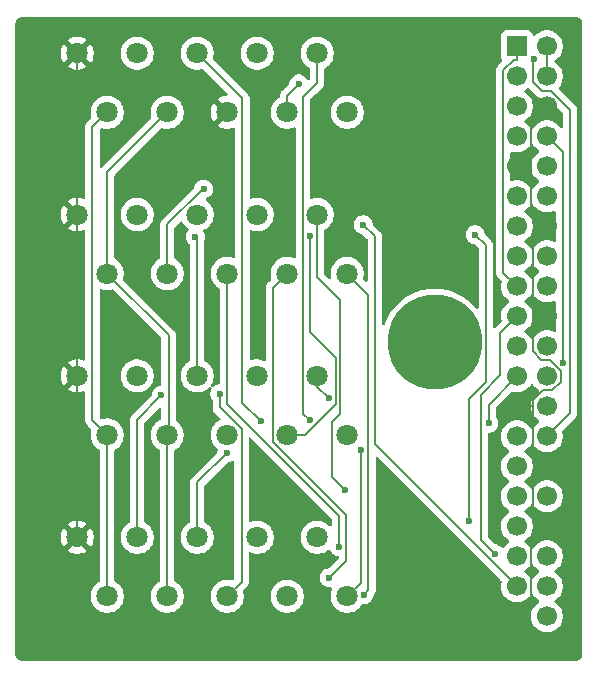
<source format=gbr>
%TF.GenerationSoftware,KiCad,Pcbnew,9.0.6*%
%TF.CreationDate,2025-12-30T01:20:39+01:00*%
%TF.ProjectId,40Pin GPIO Breakout,34305069-6e20-4475-9049-4f2042726561,rev?*%
%TF.SameCoordinates,Original*%
%TF.FileFunction,Copper,L1,Top*%
%TF.FilePolarity,Positive*%
%FSLAX46Y46*%
G04 Gerber Fmt 4.6, Leading zero omitted, Abs format (unit mm)*
G04 Created by KiCad (PCBNEW 9.0.6) date 2025-12-30 01:20:39*
%MOMM*%
%LPD*%
G01*
G04 APERTURE LIST*
%TA.AperFunction,ComponentPad*%
%ADD10R,1.700000X1.700000*%
%TD*%
%TA.AperFunction,ComponentPad*%
%ADD11C,1.700000*%
%TD*%
%TA.AperFunction,ComponentPad*%
%ADD12C,1.800000*%
%TD*%
%TA.AperFunction,ViaPad*%
%ADD13C,8.000000*%
%TD*%
%TA.AperFunction,ViaPad*%
%ADD14C,0.600000*%
%TD*%
%TA.AperFunction,Conductor*%
%ADD15C,0.200000*%
%TD*%
G04 APERTURE END LIST*
D10*
%TO.P,J6,1,3V3*%
%TO.N,+3V3*%
X169960000Y-63980000D03*
D11*
%TO.P,J6,2,5V*%
%TO.N,+5V*%
X172500000Y-63980000D03*
%TO.P,J6,3,SDA_I2C1/GPIO02*%
%TO.N,IIC1_SDA*%
X169960000Y-66520000D03*
%TO.P,J6,4,5V*%
%TO.N,+5V*%
X172500000Y-66520000D03*
%TO.P,J6,5,SCL_I2C1/GPIO03*%
%TO.N,IIC1_SCL*%
X169960000Y-69060000D03*
%TO.P,J6,6,GND*%
%TO.N,GND*%
X172500000Y-69060000D03*
%TO.P,J6,7,GPCLK0/GPIO04*%
%TO.N,IIC3_SDA*%
X169960000Y-71600000D03*
%TO.P,J6,8,GPIO14/UART_TXD*%
%TO.N,UART0_TXD*%
X172500000Y-71600000D03*
%TO.P,J6,9,GND*%
%TO.N,GND*%
X169960000Y-74140000D03*
%TO.P,J6,10,GPIO15/UART_RXD*%
%TO.N,UART0_RXD*%
X172500000Y-74140000D03*
%TO.P,J6,11,GPIO17/SPI1_~{CE1}*%
%TO.N,DI2*%
X169960000Y-76680000D03*
%TO.P,J6,12,GPIO18/SPI1_~{CE0}/PCM_CLK/PWM0*%
%TO.N,PCM_CLK*%
X172500000Y-76680000D03*
%TO.P,J6,13,GPIO27/SDIO_DAT3*%
%TO.N,TP_INT*%
X169960000Y-79220000D03*
%TO.P,J6,14,GND*%
%TO.N,GND*%
X172500000Y-79220000D03*
%TO.P,J6,15,GPIO22/SDIO_CLK*%
%TO.N,DI3*%
X169960000Y-81760000D03*
%TO.P,J6,16,GPIO23/SDIO_CMD*%
%TO.N,DI4*%
X172500000Y-81760000D03*
%TO.P,J6,17,3V3*%
%TO.N,+3V3*%
X169960000Y-84300000D03*
%TO.P,J6,18,GPIO24/SDIO_DAT0*%
%TO.N,DO1*%
X172500000Y-84300000D03*
%TO.P,J6,19,MOSI_SPI0/GPIO10*%
%TO.N,SPI0_MOSI*%
X169960000Y-86840000D03*
%TO.P,J6,20,GND*%
%TO.N,GND*%
X172500000Y-86840000D03*
%TO.P,J6,21,MISO_SPI0/GPIO09*%
%TO.N,SPI0_MISO*%
X169960000Y-89380000D03*
%TO.P,J6,22,GPIO25/SDIO_DAT1*%
%TO.N,DO2*%
X172500000Y-89380000D03*
%TO.P,J6,23,SCLK_SPI0/GPIO11*%
%TO.N,SPI0_SCLK*%
X169960000Y-91920000D03*
%TO.P,J6,24,~{CE0}_SPI0/GPIO08*%
%TO.N,SPI0_CE0*%
X172500000Y-91920000D03*
%TO.P,J6,25,GND*%
%TO.N,GND*%
X169960000Y-94460000D03*
%TO.P,J6,26,~{CE1}_SPI0/GPIO07*%
%TO.N,SPI0_CE1*%
X172500000Y-94460000D03*
%TO.P,J6,27,ID_SD_I2C0/GPIO00*%
%TO.N,ID_SD*%
X169960000Y-97000000D03*
%TO.P,J6,28,ID_SC_I2C0/GPIO01*%
%TO.N,ID_SC*%
X172500000Y-97000000D03*
%TO.P,J6,29,GPCLK1/GPIO05*%
%TO.N,IIC3_SCL*%
X169960000Y-99540000D03*
%TO.P,J6,30,GND*%
%TO.N,GND*%
X172500000Y-99540000D03*
%TO.P,J6,31,GPCLK2/GPIO06*%
%TO.N,DO4*%
X169960000Y-102080000D03*
%TO.P,J6,32,GPIO12/PWM0*%
%TO.N,CAN_INT*%
X172500000Y-102080000D03*
%TO.P,J6,33,GPIO13/PWM1*%
%TO.N,LCD_PWM*%
X169960000Y-104620000D03*
%TO.P,J6,34,GND*%
%TO.N,GND*%
X172500000Y-104620000D03*
%TO.P,J6,35,GPIO19/SPI1_MISO/PCM_FS*%
%TO.N,PCM_FS*%
X169960000Y-107160000D03*
%TO.P,J6,36,GPIO16/SPI1_~{CE2}*%
%TO.N,DI1*%
X172500000Y-107160000D03*
%TO.P,J6,37,GPIO26/SDIO_DAT2*%
%TO.N,DO3*%
X169960000Y-109700000D03*
%TO.P,J6,38,GPIO20/SPI1_MOSI/PCM_DIN/PWM1*%
%TO.N,PCM_DIN*%
X172500000Y-109700000D03*
%TO.P,J6,39,GND*%
%TO.N,GND*%
X169960000Y-112240000D03*
%TO.P,J6,40,GPIO21/SPI1_SCLK/PCM_DOUT*%
%TO.N,PCM_DOUT*%
X172500000Y-112240000D03*
%TD*%
D12*
%TO.P,J4,1,1*%
%TO.N,GND*%
X132735000Y-105546400D03*
%TO.P,J4,2,2*%
%TO.N,+5V*%
X135275003Y-110546400D03*
%TO.P,J4,3,3*%
%TO.N,SPI0_CE0*%
X137815003Y-105546400D03*
%TO.P,J4,4,4*%
%TO.N,+3V3*%
X140355003Y-110546400D03*
%TO.P,J4,5,5*%
%TO.N,SPI0_CE1*%
X142895003Y-105546400D03*
%TO.P,J4,6,6*%
%TO.N,SPI0_MISO*%
X145435003Y-110546400D03*
%TO.P,J4,7,7*%
%TO.N,TP_INT*%
X147975003Y-105546400D03*
%TO.P,J4,8,8*%
%TO.N,SPI0_MOSI*%
X150515003Y-110546400D03*
%TO.P,J4,9,9*%
%TO.N,LCD_PWM*%
X153055003Y-105546400D03*
%TO.P,J4,10,10*%
%TO.N,SPI0_SCLK*%
X155595003Y-110546400D03*
%TD*%
%TO.P,J3,1,1*%
%TO.N,GND*%
X132735000Y-91886000D03*
%TO.P,J3,2,2*%
%TO.N,+5V*%
X135275003Y-96886000D03*
%TO.P,J3,3,3*%
%TO.N,DI1*%
X137815003Y-91886000D03*
%TO.P,J3,4,4*%
%TO.N,+3V3*%
X140355003Y-96886000D03*
%TO.P,J3,5,5*%
%TO.N,DI2*%
X142895003Y-91886000D03*
%TO.P,J3,6,6*%
%TO.N,CAN_INT*%
X145435003Y-96886000D03*
%TO.P,J3,7,7*%
%TO.N,DI3*%
X147975003Y-91886000D03*
%TO.P,J3,8,8*%
%TO.N,UART0_RXD*%
X150515003Y-96886000D03*
%TO.P,J3,9,9*%
%TO.N,DI4*%
X153055003Y-91886000D03*
%TO.P,J3,10,10*%
%TO.N,UART0_TXD*%
X155595003Y-96886000D03*
%TD*%
%TO.P,J2,1,1*%
%TO.N,GND*%
X132735000Y-78225600D03*
%TO.P,J2,2,2*%
%TO.N,+3V3*%
X135275003Y-83225600D03*
%TO.P,J2,3,3*%
%TO.N,DO1*%
X137815003Y-78225600D03*
%TO.P,J2,4,4*%
%TO.N,PCM_CLK*%
X140355003Y-83225600D03*
%TO.P,J2,5,5*%
%TO.N,DO2*%
X142895003Y-78225600D03*
%TO.P,J2,6,6*%
%TO.N,PCM_FS*%
X145435003Y-83225600D03*
%TO.P,J2,7,7*%
%TO.N,DO3*%
X147975003Y-78225600D03*
%TO.P,J2,8,8*%
%TO.N,PCM_DIN*%
X150515003Y-83225600D03*
%TO.P,J2,9,9*%
%TO.N,DO4*%
X153055003Y-78225600D03*
%TO.P,J2,10,10*%
%TO.N,PCM_DOUT*%
X155595003Y-83225600D03*
%TD*%
%TO.P,J1,1,1*%
%TO.N,GND*%
X132735000Y-64565200D03*
%TO.P,J1,2,2*%
%TO.N,+5V*%
X135275003Y-69565200D03*
%TO.P,J1,3,3*%
%TO.N,IIC1_SCL*%
X137815003Y-64565200D03*
%TO.P,J1,4,4*%
%TO.N,+3V3*%
X140355003Y-69565200D03*
%TO.P,J1,5,5*%
%TO.N,IIC3_SCL*%
X142895003Y-64565200D03*
%TO.P,J1,6,6*%
%TO.N,GND*%
X145435003Y-69565200D03*
%TO.P,J1,7,7*%
%TO.N,ID_SC*%
X147975003Y-64565200D03*
%TO.P,J1,8,8*%
%TO.N,IIC1_SDA*%
X150515003Y-69565200D03*
%TO.P,J1,9,9*%
%TO.N,ID_SD*%
X153055003Y-64565200D03*
%TO.P,J1,10,10*%
%TO.N,IIC3_SDA*%
X155595003Y-69565200D03*
%TD*%
D13*
%TO.N,*%
X163011600Y-89001700D03*
D14*
%TO.N,SPI0_CE0*%
X139866000Y-93536200D03*
%TO.N,SPI0_SCLK*%
X167565200Y-95896200D03*
X156757200Y-98200500D03*
%TO.N,SPI0_CE1*%
X145405500Y-98396300D03*
%TO.N,TP_INT*%
X166425400Y-79927800D03*
X165873000Y-104161800D03*
%TO.N,SPI0_MISO*%
X144800100Y-93392000D03*
%TO.N,SPI0_MOSI*%
X168098200Y-106962100D03*
%TO.N,UART0_TXD*%
X173851100Y-90779200D03*
%TO.N,DI4*%
X154016100Y-93772600D03*
%TO.N,UART0_RXD*%
X152448100Y-80056900D03*
%TO.N,DI2*%
X142741700Y-80104200D03*
%TO.N,PCM_FS*%
X154898500Y-106339400D03*
%TO.N,PCM_DOUT*%
X157013800Y-110408500D03*
%TO.N,DO3*%
X156957200Y-79095700D03*
%TO.N,DO4*%
X155408500Y-101508500D03*
%TO.N,PCM_CLK*%
X143425100Y-76068800D03*
%TO.N,PCM_DIN*%
X154075400Y-108979800D03*
%TO.N,ID_SD*%
X152409500Y-95636600D03*
%TO.N,IIC1_SDA*%
X151500700Y-67166500D03*
%TO.N,IIC3_SCL*%
X148304400Y-95737000D03*
%TO.N,ID_SC*%
X171416800Y-65063200D03*
%TD*%
D15*
%TO.N,+5V*%
X172500000Y-66520000D02*
X172500000Y-63980000D01*
X135275000Y-110546400D02*
X135275000Y-96886000D01*
X134018900Y-95629900D02*
X135275000Y-96886000D01*
X135275000Y-69565200D02*
X134018900Y-70821300D01*
X134018900Y-70821300D02*
X134018900Y-95629900D01*
%TO.N,ID_SC*%
X174452800Y-95047200D02*
X174452800Y-69371900D01*
%TO.N,GND*%
X172032500Y-90546900D02*
X171309400Y-89823800D01*
X171309400Y-89823800D02*
X171309400Y-86840000D01*
%TO.N,UART0_TXD*%
X173851100Y-90779200D02*
X173851100Y-72951100D01*
%TO.N,SPI0_CE0*%
X137815000Y-95587200D02*
X139866000Y-93536200D01*
X137815000Y-105546400D02*
X137815000Y-95587200D01*
%TO.N,SPI0_SCLK*%
X167565200Y-94314800D02*
X167565200Y-95896200D01*
X169960000Y-91920000D02*
X167565200Y-94314800D01*
X156757200Y-109384200D02*
X155595000Y-110546400D01*
X156757200Y-98200500D02*
X156757200Y-109384200D01*
%TO.N,SPI0_CE1*%
X142895000Y-100906800D02*
X142895000Y-105546400D01*
X145405500Y-98396300D02*
X142895000Y-100906800D01*
%TO.N,TP_INT*%
X165873000Y-93838100D02*
X165873000Y-104161800D01*
X167311600Y-92399500D02*
X165873000Y-93838100D01*
X167311600Y-80814000D02*
X167311600Y-92399500D01*
X166425400Y-79927800D02*
X167311600Y-80814000D01*
%TO.N,SPI0_MISO*%
X144800100Y-94551600D02*
X144800100Y-93392000D01*
X146642100Y-96393600D02*
X144800100Y-94551600D01*
X146642100Y-109339300D02*
X146642100Y-96393600D01*
X145435000Y-110546400D02*
X146642100Y-109339300D01*
%TO.N,SPI0_MOSI*%
X168570200Y-88229800D02*
X169960000Y-86840000D01*
X168570200Y-91850300D02*
X168570200Y-88229800D01*
X166888000Y-93532500D02*
X168570200Y-91850300D01*
X166888000Y-105751900D02*
X166888000Y-93532500D01*
X168098200Y-106962100D02*
X166888000Y-105751900D01*
%TO.N,UART0_TXD*%
X173851100Y-72951100D02*
X172500000Y-71600000D01*
%TO.N,DI4*%
X153055000Y-92811500D02*
X154016100Y-93772600D01*
X153055000Y-91886000D02*
X153055000Y-92811500D01*
%TO.N,UART0_RXD*%
X152022300Y-96886000D02*
X150515000Y-96886000D01*
X154617900Y-94290400D02*
X152022300Y-96886000D01*
X154617900Y-90348600D02*
X154617900Y-94290400D01*
X152448100Y-88178800D02*
X154617900Y-90348600D01*
X152448100Y-80056900D02*
X152448100Y-88178800D01*
%TO.N,DI2*%
X142895000Y-80257500D02*
X142895000Y-91886000D01*
X142741700Y-80104200D02*
X142895000Y-80257500D01*
%TO.N,PCM_FS*%
X154898500Y-103717100D02*
X154898500Y-106339400D01*
X145435000Y-94253600D02*
X154898500Y-103717100D01*
X145435000Y-83225600D02*
X145435000Y-94253600D01*
%TO.N,PCM_DOUT*%
X157389500Y-110032800D02*
X157013800Y-110408500D01*
X157389500Y-85020100D02*
X157389500Y-110032800D01*
X155595000Y-83225600D02*
X157389500Y-85020100D01*
%TO.N,DO3*%
X157916400Y-80054900D02*
X156957200Y-79095700D01*
X157916400Y-97656400D02*
X157916400Y-80054900D01*
X169960000Y-109700000D02*
X157916400Y-97656400D01*
%TO.N,DO4*%
X154144700Y-84627500D02*
X154311000Y-84793800D01*
X153055000Y-83537800D02*
X153055000Y-78225600D01*
X154144700Y-84627500D02*
X153055000Y-83537800D01*
X155019600Y-85502400D02*
X154311000Y-84793800D01*
X155019600Y-95096200D02*
X155019600Y-85502400D01*
X154311000Y-95804800D02*
X155019600Y-95096200D01*
X154311000Y-100411000D02*
X154311000Y-95804800D01*
X155408500Y-101508500D02*
X154311000Y-100411000D01*
%TO.N,PCM_CLK*%
X143348900Y-76068800D02*
X143425100Y-76068800D01*
X140355000Y-79062700D02*
X143348900Y-76068800D01*
X140355000Y-83225600D02*
X140355000Y-79062700D01*
%TO.N,PCM_DIN*%
X155510800Y-107544400D02*
X154075400Y-108979800D01*
X155510800Y-103678500D02*
X155510800Y-107544400D01*
X149307100Y-97474800D02*
X155510800Y-103678500D01*
X149307100Y-84433500D02*
X149307100Y-97474800D01*
X150515000Y-83225600D02*
X149307100Y-84433500D01*
%TO.N,+3V3*%
X135275000Y-74645200D02*
X135275000Y-83225600D01*
X140355000Y-69565200D02*
X135275000Y-74645200D01*
X140355000Y-110546400D02*
X140355000Y-96886000D01*
X140467700Y-88418300D02*
X135275000Y-83225600D01*
X140467700Y-96773300D02*
X140467700Y-88418300D01*
X168801900Y-83141900D02*
X169960000Y-84300000D01*
X168801900Y-66001900D02*
X168801900Y-83141900D01*
X169672100Y-65131700D02*
X168801900Y-66001900D01*
X169960000Y-65131700D02*
X169672100Y-65131700D01*
X169960000Y-63980000D02*
X169960000Y-65131700D01*
%TO.N,ID_SD*%
X151846400Y-95073500D02*
X152409500Y-95636600D01*
X151846400Y-68267900D02*
X151846400Y-95073500D01*
X153055000Y-67059300D02*
X151846400Y-68267900D01*
X153055000Y-64565200D02*
X153055000Y-67059300D01*
%TO.N,IIC1_SDA*%
X150515000Y-68152200D02*
X150515000Y-69565200D01*
X151500700Y-67166500D02*
X150515000Y-68152200D01*
%TO.N,GND*%
X132735000Y-64565200D02*
X132735000Y-78225600D01*
X171111700Y-106008300D02*
X172500000Y-104620000D01*
X171111700Y-111088300D02*
X171111700Y-106008300D01*
X169960000Y-112240000D02*
X171111700Y-111088300D01*
X171309400Y-80410600D02*
X171309400Y-86840000D01*
X172500000Y-79220000D02*
X171309400Y-80410600D01*
X171309400Y-103429400D02*
X172500000Y-104620000D01*
X171309400Y-100730600D02*
X171309400Y-103429400D01*
X172500000Y-99540000D02*
X171309400Y-100730600D01*
X172755700Y-90546900D02*
X172032500Y-90546900D01*
X173651700Y-91442900D02*
X172755700Y-90546900D01*
X173651700Y-92397100D02*
X173651700Y-91442900D01*
X172938200Y-93110600D02*
X173651700Y-92397100D01*
X172152700Y-93110600D02*
X172938200Y-93110600D01*
X171309400Y-93953900D02*
X172152700Y-93110600D01*
X171309400Y-94460000D02*
X171309400Y-93953900D01*
X171309400Y-94460000D02*
X169960000Y-94460000D01*
X171309400Y-98349400D02*
X172500000Y-99540000D01*
X171309400Y-94460000D02*
X171309400Y-98349400D01*
X132735000Y-105546400D02*
X132735000Y-91886000D01*
X171111700Y-77831700D02*
X171111700Y-74140000D01*
X172500000Y-79220000D02*
X171111700Y-77831700D01*
X169960000Y-74140000D02*
X171111700Y-74140000D01*
X171111700Y-70448300D02*
X172500000Y-69060000D01*
X171111700Y-74140000D02*
X171111700Y-70448300D01*
X132735000Y-91886000D02*
X132735000Y-78225600D01*
%TO.N,IIC3_SCL*%
X146719000Y-68389200D02*
X142895000Y-64565200D01*
X146719000Y-94151600D02*
X146719000Y-68389200D01*
X148304400Y-95737000D02*
X146719000Y-94151600D01*
%TO.N,ID_SC*%
X171289200Y-65190800D02*
X171416800Y-65063200D01*
X171289200Y-66968900D02*
X171289200Y-65190800D01*
X172110300Y-67790000D02*
X171289200Y-66968900D01*
X172870900Y-67790000D02*
X172110300Y-67790000D01*
X174452800Y-69371900D02*
X172870900Y-67790000D01*
X172500000Y-97000000D02*
X174452800Y-95047200D01*
%TD*%
%TA.AperFunction,Conductor*%
%TO.N,GND*%
G36*
X171301444Y-107813999D02*
G01*
X171340486Y-107859056D01*
X171344951Y-107867820D01*
X171469890Y-108039786D01*
X171620213Y-108190109D01*
X171792182Y-108315050D01*
X171800946Y-108319516D01*
X171851742Y-108367491D01*
X171868536Y-108435312D01*
X171845998Y-108501447D01*
X171800946Y-108540484D01*
X171792182Y-108544949D01*
X171620213Y-108669890D01*
X171469890Y-108820213D01*
X171344949Y-108992182D01*
X171340484Y-109000946D01*
X171292509Y-109051742D01*
X171224688Y-109068536D01*
X171158553Y-109045998D01*
X171119516Y-109000946D01*
X171115050Y-108992182D01*
X170990109Y-108820213D01*
X170839786Y-108669890D01*
X170667820Y-108544951D01*
X170667115Y-108544591D01*
X170659054Y-108540485D01*
X170608259Y-108492512D01*
X170591463Y-108424692D01*
X170613999Y-108358556D01*
X170659054Y-108319515D01*
X170667816Y-108315051D01*
X170729271Y-108270402D01*
X170839786Y-108190109D01*
X170839788Y-108190106D01*
X170839792Y-108190104D01*
X170990104Y-108039792D01*
X170990106Y-108039788D01*
X170990109Y-108039786D01*
X171115048Y-107867820D01*
X171115047Y-107867820D01*
X171115051Y-107867816D01*
X171119514Y-107859054D01*
X171167488Y-107808259D01*
X171235308Y-107791463D01*
X171301444Y-107813999D01*
G37*
%TD.AperFunction*%
%TA.AperFunction,Conductor*%
G36*
X171301444Y-92573999D02*
G01*
X171340484Y-92619054D01*
X171342686Y-92623375D01*
X171344951Y-92627820D01*
X171469890Y-92799786D01*
X171620213Y-92950109D01*
X171792182Y-93075050D01*
X171800946Y-93079516D01*
X171851742Y-93127491D01*
X171868536Y-93195312D01*
X171845998Y-93261447D01*
X171800946Y-93300484D01*
X171792182Y-93304949D01*
X171620213Y-93429890D01*
X171469890Y-93580213D01*
X171344951Y-93752179D01*
X171248444Y-93941585D01*
X171182753Y-94143760D01*
X171160717Y-94282889D01*
X171149500Y-94353713D01*
X171149500Y-94566287D01*
X171182754Y-94776243D01*
X171247107Y-94974301D01*
X171248444Y-94978414D01*
X171344951Y-95167820D01*
X171469890Y-95339786D01*
X171620213Y-95490109D01*
X171792182Y-95615050D01*
X171800946Y-95619516D01*
X171851742Y-95667491D01*
X171868536Y-95735312D01*
X171845998Y-95801447D01*
X171800946Y-95840484D01*
X171792182Y-95844949D01*
X171620213Y-95969890D01*
X171469890Y-96120213D01*
X171344949Y-96292182D01*
X171340484Y-96300946D01*
X171292509Y-96351742D01*
X171224688Y-96368536D01*
X171158553Y-96345998D01*
X171119516Y-96300946D01*
X171115050Y-96292182D01*
X170990109Y-96120213D01*
X170839786Y-95969890D01*
X170667820Y-95844951D01*
X170478414Y-95748444D01*
X170478413Y-95748443D01*
X170478412Y-95748443D01*
X170276243Y-95682754D01*
X170276241Y-95682753D01*
X170276240Y-95682753D01*
X170100141Y-95654862D01*
X170066287Y-95649500D01*
X169853713Y-95649500D01*
X169819859Y-95654862D01*
X169643760Y-95682753D01*
X169441585Y-95748444D01*
X169252179Y-95844951D01*
X169080213Y-95969890D01*
X168929890Y-96120213D01*
X168804951Y-96292179D01*
X168708444Y-96481585D01*
X168708443Y-96481587D01*
X168708443Y-96481588D01*
X168683600Y-96558047D01*
X168642753Y-96683760D01*
X168642753Y-96683762D01*
X168609500Y-96893713D01*
X168609500Y-97106287D01*
X168619534Y-97169644D01*
X168633008Y-97254713D01*
X168642754Y-97316243D01*
X168703568Y-97503409D01*
X168708444Y-97518414D01*
X168804951Y-97707820D01*
X168929890Y-97879786D01*
X169080213Y-98030109D01*
X169252182Y-98155050D01*
X169260946Y-98159516D01*
X169311742Y-98207491D01*
X169328536Y-98275312D01*
X169305998Y-98341447D01*
X169260946Y-98380484D01*
X169252182Y-98384949D01*
X169080213Y-98509890D01*
X168929890Y-98660213D01*
X168804951Y-98832179D01*
X168708444Y-99021585D01*
X168642753Y-99223760D01*
X168609500Y-99433713D01*
X168609500Y-99646286D01*
X168642753Y-99856239D01*
X168708444Y-100058414D01*
X168804951Y-100247820D01*
X168929890Y-100419786D01*
X169080213Y-100570109D01*
X169252182Y-100695050D01*
X169260946Y-100699516D01*
X169311742Y-100747491D01*
X169328536Y-100815312D01*
X169305998Y-100881447D01*
X169260946Y-100920484D01*
X169252182Y-100924949D01*
X169080213Y-101049890D01*
X168929890Y-101200213D01*
X168804951Y-101372179D01*
X168708444Y-101561585D01*
X168642753Y-101763760D01*
X168609500Y-101973713D01*
X168609500Y-102186287D01*
X168614506Y-102217894D01*
X168642753Y-102396239D01*
X168708444Y-102598414D01*
X168804951Y-102787820D01*
X168929890Y-102959786D01*
X169080213Y-103110109D01*
X169252182Y-103235050D01*
X169260946Y-103239516D01*
X169311742Y-103287491D01*
X169328536Y-103355312D01*
X169305998Y-103421447D01*
X169260946Y-103460484D01*
X169252182Y-103464949D01*
X169080213Y-103589890D01*
X168929890Y-103740213D01*
X168804951Y-103912179D01*
X168708444Y-104101585D01*
X168642753Y-104303760D01*
X168609500Y-104513713D01*
X168609500Y-104726286D01*
X168642008Y-104931537D01*
X168642754Y-104936243D01*
X168666327Y-105008794D01*
X168708444Y-105138414D01*
X168804951Y-105327820D01*
X168929890Y-105499786D01*
X169080213Y-105650109D01*
X169252182Y-105775050D01*
X169260946Y-105779516D01*
X169311742Y-105827491D01*
X169328536Y-105895312D01*
X169305998Y-105961447D01*
X169260946Y-106000484D01*
X169252182Y-106004949D01*
X169080213Y-106129890D01*
X168929894Y-106280209D01*
X168854691Y-106383718D01*
X168799361Y-106426383D01*
X168729748Y-106432362D01*
X168667953Y-106399756D01*
X168666692Y-106398513D01*
X168608492Y-106340313D01*
X168608488Y-106340310D01*
X168477385Y-106252709D01*
X168477372Y-106252702D01*
X168331701Y-106192364D01*
X168331691Y-106192361D01*
X168176349Y-106161461D01*
X168114438Y-106129076D01*
X168112860Y-106127525D01*
X167524819Y-105539484D01*
X167491334Y-105478161D01*
X167488500Y-105451803D01*
X167488500Y-96820700D01*
X167508185Y-96753661D01*
X167560989Y-96707906D01*
X167612500Y-96696700D01*
X167644044Y-96696700D01*
X167644045Y-96696699D01*
X167798697Y-96665937D01*
X167944379Y-96605594D01*
X168075489Y-96517989D01*
X168186989Y-96406489D01*
X168274594Y-96275379D01*
X168334937Y-96129697D01*
X168365700Y-95975042D01*
X168365700Y-95817358D01*
X168365700Y-95817355D01*
X168365699Y-95817353D01*
X168347541Y-95726066D01*
X168334937Y-95662703D01*
X168318768Y-95623668D01*
X168274597Y-95517027D01*
X168274590Y-95517014D01*
X168186598Y-95385325D01*
X168165720Y-95318647D01*
X168165700Y-95316434D01*
X168165700Y-94614896D01*
X168185385Y-94547857D01*
X168202014Y-94527220D01*
X169475478Y-93253755D01*
X169536799Y-93220272D01*
X169601473Y-93223506D01*
X169643757Y-93237246D01*
X169853713Y-93270500D01*
X169853714Y-93270500D01*
X170066286Y-93270500D01*
X170066287Y-93270500D01*
X170276243Y-93237246D01*
X170478412Y-93171557D01*
X170667816Y-93075051D01*
X170735452Y-93025911D01*
X170839786Y-92950109D01*
X170839788Y-92950106D01*
X170839792Y-92950104D01*
X170990104Y-92799792D01*
X170990106Y-92799788D01*
X170990109Y-92799786D01*
X171115048Y-92627820D01*
X171115047Y-92627820D01*
X171115051Y-92627816D01*
X171119514Y-92619054D01*
X171167488Y-92568259D01*
X171235308Y-92551463D01*
X171301444Y-92573999D01*
G37*
%TD.AperFunction*%
%TA.AperFunction,Conductor*%
G36*
X171301444Y-84953999D02*
G01*
X171340486Y-84999056D01*
X171344951Y-85007820D01*
X171469890Y-85179786D01*
X171620213Y-85330109D01*
X171792179Y-85455048D01*
X171792181Y-85455049D01*
X171792184Y-85455051D01*
X171981588Y-85551557D01*
X172183757Y-85617246D01*
X172393713Y-85650500D01*
X172393714Y-85650500D01*
X172606286Y-85650500D01*
X172606287Y-85650500D01*
X172816243Y-85617246D01*
X173018412Y-85551557D01*
X173070305Y-85525115D01*
X173138974Y-85512220D01*
X173203714Y-85538496D01*
X173243972Y-85595602D01*
X173250600Y-85635601D01*
X173250600Y-88044398D01*
X173230915Y-88111437D01*
X173178111Y-88157192D01*
X173108953Y-88167136D01*
X173070306Y-88154883D01*
X173018417Y-88128445D01*
X173018414Y-88128444D01*
X173018412Y-88128443D01*
X172816243Y-88062754D01*
X172816241Y-88062753D01*
X172816240Y-88062753D01*
X172654957Y-88037208D01*
X172606287Y-88029500D01*
X172393713Y-88029500D01*
X172345042Y-88037208D01*
X172183760Y-88062753D01*
X171981585Y-88128444D01*
X171792179Y-88224951D01*
X171620213Y-88349890D01*
X171469890Y-88500213D01*
X171344949Y-88672182D01*
X171340484Y-88680946D01*
X171292509Y-88731742D01*
X171224688Y-88748536D01*
X171158553Y-88725998D01*
X171119516Y-88680946D01*
X171115050Y-88672182D01*
X170990109Y-88500213D01*
X170839786Y-88349890D01*
X170667820Y-88224951D01*
X170667115Y-88224591D01*
X170659054Y-88220485D01*
X170608259Y-88172512D01*
X170591463Y-88104692D01*
X170613999Y-88038556D01*
X170659054Y-87999515D01*
X170667816Y-87995051D01*
X170707274Y-87966383D01*
X170839786Y-87870109D01*
X170839788Y-87870106D01*
X170839792Y-87870104D01*
X170990104Y-87719792D01*
X170990106Y-87719788D01*
X170990109Y-87719786D01*
X171115048Y-87547820D01*
X171115047Y-87547820D01*
X171115051Y-87547816D01*
X171211557Y-87358412D01*
X171277246Y-87156243D01*
X171310500Y-86946287D01*
X171310500Y-86733713D01*
X171277246Y-86523757D01*
X171211557Y-86321588D01*
X171115051Y-86132184D01*
X171115049Y-86132181D01*
X171115048Y-86132179D01*
X170990109Y-85960213D01*
X170839786Y-85809890D01*
X170667820Y-85684951D01*
X170667115Y-85684591D01*
X170659054Y-85680485D01*
X170608259Y-85632512D01*
X170591463Y-85564692D01*
X170613999Y-85498556D01*
X170659054Y-85459515D01*
X170667816Y-85455051D01*
X170711459Y-85423343D01*
X170839786Y-85330109D01*
X170839788Y-85330106D01*
X170839792Y-85330104D01*
X170990104Y-85179792D01*
X170990106Y-85179788D01*
X170990109Y-85179786D01*
X171115048Y-85007820D01*
X171115047Y-85007820D01*
X171115051Y-85007816D01*
X171119514Y-84999054D01*
X171167488Y-84948259D01*
X171235308Y-84931463D01*
X171301444Y-84953999D01*
G37*
%TD.AperFunction*%
%TA.AperFunction,Conductor*%
G36*
X171301444Y-82413999D02*
G01*
X171340486Y-82459056D01*
X171344951Y-82467820D01*
X171469890Y-82639786D01*
X171620213Y-82790109D01*
X171792182Y-82915050D01*
X171800946Y-82919516D01*
X171851742Y-82967491D01*
X171868536Y-83035312D01*
X171845998Y-83101447D01*
X171800946Y-83140484D01*
X171792182Y-83144949D01*
X171620213Y-83269890D01*
X171469890Y-83420213D01*
X171344949Y-83592182D01*
X171340484Y-83600946D01*
X171292509Y-83651742D01*
X171224688Y-83668536D01*
X171158553Y-83645998D01*
X171119516Y-83600946D01*
X171115050Y-83592182D01*
X170990109Y-83420213D01*
X170839786Y-83269890D01*
X170667820Y-83144951D01*
X170667115Y-83144591D01*
X170659054Y-83140485D01*
X170608259Y-83092512D01*
X170591463Y-83024692D01*
X170613999Y-82958556D01*
X170659054Y-82919515D01*
X170667816Y-82915051D01*
X170710601Y-82883966D01*
X170839786Y-82790109D01*
X170839788Y-82790106D01*
X170839792Y-82790104D01*
X170990104Y-82639792D01*
X170990106Y-82639788D01*
X170990109Y-82639786D01*
X171115048Y-82467820D01*
X171115047Y-82467820D01*
X171115051Y-82467816D01*
X171119514Y-82459054D01*
X171167488Y-82408259D01*
X171235308Y-82391463D01*
X171301444Y-82413999D01*
G37*
%TD.AperFunction*%
%TA.AperFunction,Conductor*%
G36*
X171247226Y-77315524D02*
G01*
X171259810Y-77314985D01*
X171279674Y-77326581D01*
X171301444Y-77333999D01*
X171310719Y-77344703D01*
X171320151Y-77350209D01*
X171340486Y-77379056D01*
X171344951Y-77387820D01*
X171469890Y-77559786D01*
X171620213Y-77710109D01*
X171792179Y-77835048D01*
X171792181Y-77835049D01*
X171792184Y-77835051D01*
X171981588Y-77931557D01*
X172183757Y-77997246D01*
X172393713Y-78030500D01*
X172393714Y-78030500D01*
X172606286Y-78030500D01*
X172606287Y-78030500D01*
X172816243Y-77997246D01*
X173018412Y-77931557D01*
X173070305Y-77905115D01*
X173138974Y-77892220D01*
X173203714Y-77918496D01*
X173243972Y-77975602D01*
X173250600Y-78015601D01*
X173250600Y-80424398D01*
X173230915Y-80491437D01*
X173178111Y-80537192D01*
X173108953Y-80547136D01*
X173070306Y-80534883D01*
X173018417Y-80508445D01*
X173018414Y-80508444D01*
X173018412Y-80508443D01*
X172816243Y-80442754D01*
X172816241Y-80442753D01*
X172816240Y-80442753D01*
X172654957Y-80417208D01*
X172606287Y-80409500D01*
X172393713Y-80409500D01*
X172345042Y-80417208D01*
X172183760Y-80442753D01*
X171981585Y-80508444D01*
X171792179Y-80604951D01*
X171620213Y-80729890D01*
X171469890Y-80880213D01*
X171344949Y-81052182D01*
X171340484Y-81060946D01*
X171292509Y-81111742D01*
X171224688Y-81128536D01*
X171158553Y-81105998D01*
X171119516Y-81060946D01*
X171115050Y-81052182D01*
X170990109Y-80880213D01*
X170839786Y-80729890D01*
X170667820Y-80604951D01*
X170667115Y-80604591D01*
X170659054Y-80600485D01*
X170608259Y-80552512D01*
X170591463Y-80484692D01*
X170613999Y-80418556D01*
X170659054Y-80379515D01*
X170667816Y-80375051D01*
X170731697Y-80328639D01*
X170839786Y-80250109D01*
X170839788Y-80250106D01*
X170839792Y-80250104D01*
X170990104Y-80099792D01*
X170990106Y-80099788D01*
X170990109Y-80099786D01*
X171115048Y-79927820D01*
X171115047Y-79927820D01*
X171115051Y-79927816D01*
X171211557Y-79738412D01*
X171277246Y-79536243D01*
X171310500Y-79326287D01*
X171310500Y-79113713D01*
X171277246Y-78903757D01*
X171211557Y-78701588D01*
X171115051Y-78512184D01*
X171115049Y-78512181D01*
X171115048Y-78512179D01*
X170990109Y-78340213D01*
X170839786Y-78189890D01*
X170667820Y-78064951D01*
X170667115Y-78064591D01*
X170659054Y-78060485D01*
X170608259Y-78012512D01*
X170591463Y-77944692D01*
X170613999Y-77878556D01*
X170659054Y-77839515D01*
X170667816Y-77835051D01*
X170710601Y-77803966D01*
X170839786Y-77710109D01*
X170839788Y-77710106D01*
X170839792Y-77710104D01*
X170990104Y-77559792D01*
X170990106Y-77559788D01*
X170990109Y-77559786D01*
X171115048Y-77387820D01*
X171115047Y-77387820D01*
X171115051Y-77387816D01*
X171119514Y-77379054D01*
X171128160Y-77369900D01*
X171132897Y-77358232D01*
X171151696Y-77344979D01*
X171167488Y-77328259D01*
X171179710Y-77325231D01*
X171190004Y-77317976D01*
X171212985Y-77316991D01*
X171235308Y-77311463D01*
X171247226Y-77315524D01*
G37*
%TD.AperFunction*%
%TA.AperFunction,Conductor*%
G36*
X171301444Y-72253999D02*
G01*
X171340486Y-72299056D01*
X171344951Y-72307820D01*
X171469890Y-72479786D01*
X171620213Y-72630109D01*
X171792182Y-72755050D01*
X171800946Y-72759516D01*
X171851742Y-72807491D01*
X171868536Y-72875312D01*
X171845998Y-72941447D01*
X171800946Y-72980484D01*
X171792182Y-72984949D01*
X171620213Y-73109890D01*
X171469890Y-73260213D01*
X171344951Y-73432179D01*
X171248444Y-73621585D01*
X171182753Y-73823760D01*
X171149500Y-74033713D01*
X171149500Y-74246286D01*
X171182753Y-74456239D01*
X171248444Y-74658414D01*
X171344951Y-74847820D01*
X171469890Y-75019786D01*
X171620213Y-75170109D01*
X171792182Y-75295050D01*
X171800946Y-75299516D01*
X171851742Y-75347491D01*
X171868536Y-75415312D01*
X171845998Y-75481447D01*
X171800946Y-75520484D01*
X171792182Y-75524949D01*
X171620213Y-75649890D01*
X171469890Y-75800213D01*
X171344949Y-75972182D01*
X171340484Y-75980946D01*
X171292509Y-76031742D01*
X171224688Y-76048536D01*
X171158553Y-76025998D01*
X171119516Y-75980946D01*
X171115050Y-75972182D01*
X170990109Y-75800213D01*
X170839786Y-75649890D01*
X170667820Y-75524951D01*
X170478414Y-75428444D01*
X170478413Y-75428443D01*
X170478412Y-75428443D01*
X170276243Y-75362754D01*
X170276241Y-75362753D01*
X170276240Y-75362753D01*
X170114957Y-75337208D01*
X170066287Y-75329500D01*
X169853713Y-75329500D01*
X169814202Y-75335757D01*
X169643759Y-75362753D01*
X169643755Y-75362754D01*
X169564717Y-75388435D01*
X169494876Y-75390430D01*
X169435043Y-75354349D01*
X169404216Y-75291648D01*
X169402400Y-75270504D01*
X169402400Y-73009495D01*
X169422085Y-72942456D01*
X169474889Y-72896701D01*
X169544047Y-72886757D01*
X169564709Y-72891561D01*
X169643757Y-72917246D01*
X169853713Y-72950500D01*
X169853714Y-72950500D01*
X170066286Y-72950500D01*
X170066287Y-72950500D01*
X170276243Y-72917246D01*
X170478412Y-72851557D01*
X170667816Y-72755051D01*
X170689789Y-72739086D01*
X170839786Y-72630109D01*
X170839788Y-72630106D01*
X170839792Y-72630104D01*
X170990104Y-72479792D01*
X170990106Y-72479788D01*
X170990109Y-72479786D01*
X171115048Y-72307820D01*
X171115047Y-72307820D01*
X171115051Y-72307816D01*
X171119514Y-72299054D01*
X171167488Y-72248259D01*
X171235308Y-72231463D01*
X171301444Y-72253999D01*
G37*
%TD.AperFunction*%
%TA.AperFunction,Conductor*%
G36*
X170973805Y-67518593D02*
G01*
X171018161Y-67547097D01*
X171371550Y-67900486D01*
X171741584Y-68270520D01*
X171741586Y-68270521D01*
X171741590Y-68270524D01*
X171810215Y-68310144D01*
X171878516Y-68349577D01*
X172031243Y-68390501D01*
X172031245Y-68390501D01*
X172196954Y-68390501D01*
X172196970Y-68390500D01*
X172570803Y-68390500D01*
X172637842Y-68410185D01*
X172658484Y-68426819D01*
X173815981Y-69584316D01*
X173849466Y-69645639D01*
X173852300Y-69671997D01*
X173852300Y-70782040D01*
X173832615Y-70849079D01*
X173779811Y-70894834D01*
X173710653Y-70904778D01*
X173647097Y-70875753D01*
X173627982Y-70854925D01*
X173530109Y-70720214D01*
X173530105Y-70720209D01*
X173379786Y-70569890D01*
X173207820Y-70444951D01*
X173018414Y-70348444D01*
X173018413Y-70348443D01*
X173018412Y-70348443D01*
X172816243Y-70282754D01*
X172816241Y-70282753D01*
X172816240Y-70282753D01*
X172654957Y-70257208D01*
X172606287Y-70249500D01*
X172393713Y-70249500D01*
X172345042Y-70257208D01*
X172183760Y-70282753D01*
X171981585Y-70348444D01*
X171792179Y-70444951D01*
X171620213Y-70569890D01*
X171469890Y-70720213D01*
X171344949Y-70892182D01*
X171340484Y-70900946D01*
X171292509Y-70951742D01*
X171224688Y-70968536D01*
X171158553Y-70945998D01*
X171119516Y-70900946D01*
X171115050Y-70892182D01*
X170990109Y-70720213D01*
X170839786Y-70569890D01*
X170667820Y-70444951D01*
X170667115Y-70444591D01*
X170659054Y-70440485D01*
X170608259Y-70392512D01*
X170591463Y-70324692D01*
X170613999Y-70258556D01*
X170659054Y-70219515D01*
X170667816Y-70215051D01*
X170689789Y-70199086D01*
X170839786Y-70090109D01*
X170839788Y-70090106D01*
X170839792Y-70090104D01*
X170990104Y-69939792D01*
X170990106Y-69939788D01*
X170990109Y-69939786D01*
X171115048Y-69767820D01*
X171115047Y-69767820D01*
X171115051Y-69767816D01*
X171211557Y-69578412D01*
X171277246Y-69376243D01*
X171310500Y-69166287D01*
X171310500Y-68953713D01*
X171277246Y-68743757D01*
X171211557Y-68541588D01*
X171115051Y-68352184D01*
X171115049Y-68352181D01*
X171115048Y-68352179D01*
X170990109Y-68180213D01*
X170839786Y-68029890D01*
X170667820Y-67904951D01*
X170667115Y-67904591D01*
X170659054Y-67900485D01*
X170608259Y-67852512D01*
X170591463Y-67784692D01*
X170613999Y-67718556D01*
X170659054Y-67679515D01*
X170667816Y-67675051D01*
X170788237Y-67587561D01*
X170839789Y-67550107D01*
X170839789Y-67550105D01*
X170839792Y-67550104D01*
X170842792Y-67547104D01*
X170904113Y-67513614D01*
X170973805Y-67518593D01*
G37*
%TD.AperFunction*%
%TA.AperFunction,Conductor*%
G36*
X175006922Y-61501280D02*
G01*
X175097266Y-61511459D01*
X175124331Y-61517636D01*
X175203540Y-61545352D01*
X175228553Y-61557398D01*
X175299606Y-61602043D01*
X175321313Y-61619355D01*
X175380644Y-61678686D01*
X175397957Y-61700395D01*
X175442600Y-61771444D01*
X175454648Y-61796462D01*
X175482362Y-61875666D01*
X175488540Y-61902735D01*
X175498720Y-61993076D01*
X175499500Y-62006961D01*
X175499500Y-115493038D01*
X175498720Y-115506922D01*
X175498720Y-115506923D01*
X175488540Y-115597264D01*
X175482362Y-115624333D01*
X175454648Y-115703537D01*
X175442600Y-115728555D01*
X175397957Y-115799604D01*
X175380644Y-115821313D01*
X175321313Y-115880644D01*
X175299604Y-115897957D01*
X175228555Y-115942600D01*
X175203537Y-115954648D01*
X175124333Y-115982362D01*
X175097264Y-115988540D01*
X175017075Y-115997576D01*
X175006921Y-115998720D01*
X174993038Y-115999500D01*
X128006962Y-115999500D01*
X127993078Y-115998720D01*
X127980553Y-115997308D01*
X127902735Y-115988540D01*
X127875666Y-115982362D01*
X127796462Y-115954648D01*
X127771444Y-115942600D01*
X127700395Y-115897957D01*
X127678686Y-115880644D01*
X127619355Y-115821313D01*
X127602042Y-115799604D01*
X127557399Y-115728555D01*
X127545351Y-115703537D01*
X127517637Y-115624333D01*
X127511459Y-115597263D01*
X127501280Y-115506922D01*
X127500500Y-115493038D01*
X127500500Y-105436218D01*
X131335000Y-105436218D01*
X131335000Y-105656581D01*
X131369473Y-105874235D01*
X131437567Y-106083810D01*
X131537611Y-106280156D01*
X131583932Y-106343913D01*
X132211212Y-105716633D01*
X132222482Y-105758692D01*
X132294890Y-105884108D01*
X132397292Y-105986510D01*
X132522708Y-106058918D01*
X132564765Y-106070187D01*
X131937485Y-106697465D01*
X131937485Y-106697466D01*
X132001243Y-106743788D01*
X132197589Y-106843832D01*
X132407164Y-106911926D01*
X132624819Y-106946400D01*
X132845181Y-106946400D01*
X133062835Y-106911926D01*
X133272410Y-106843832D01*
X133468760Y-106743786D01*
X133532513Y-106697466D01*
X133532514Y-106697466D01*
X132905234Y-106070187D01*
X132947292Y-106058918D01*
X133072708Y-105986510D01*
X133175110Y-105884108D01*
X133247518Y-105758692D01*
X133258787Y-105716634D01*
X133886066Y-106343914D01*
X133886066Y-106343913D01*
X133932386Y-106280160D01*
X134032432Y-106083810D01*
X134100526Y-105874235D01*
X134135000Y-105656581D01*
X134135000Y-105436218D01*
X134100526Y-105218564D01*
X134032432Y-105008989D01*
X133932388Y-104812643D01*
X133886066Y-104748885D01*
X133886065Y-104748885D01*
X133258787Y-105376164D01*
X133247518Y-105334108D01*
X133175110Y-105208692D01*
X133072708Y-105106290D01*
X132947292Y-105033882D01*
X132905232Y-105022612D01*
X133532513Y-104395332D01*
X133468756Y-104349011D01*
X133272410Y-104248967D01*
X133062835Y-104180873D01*
X132845181Y-104146400D01*
X132624819Y-104146400D01*
X132407164Y-104180873D01*
X132197589Y-104248967D01*
X132001233Y-104349016D01*
X131937485Y-104395331D01*
X131937485Y-104395332D01*
X132564765Y-105022612D01*
X132522708Y-105033882D01*
X132397292Y-105106290D01*
X132294890Y-105208692D01*
X132222482Y-105334108D01*
X132211212Y-105376165D01*
X131583932Y-104748885D01*
X131583931Y-104748885D01*
X131537616Y-104812633D01*
X131437567Y-105008989D01*
X131369473Y-105218564D01*
X131335000Y-105436218D01*
X127500500Y-105436218D01*
X127500500Y-78115418D01*
X131335000Y-78115418D01*
X131335000Y-78335781D01*
X131369473Y-78553435D01*
X131437567Y-78763010D01*
X131537611Y-78959356D01*
X131583932Y-79023113D01*
X132211212Y-78395833D01*
X132222482Y-78437892D01*
X132294890Y-78563308D01*
X132397292Y-78665710D01*
X132522708Y-78738118D01*
X132564764Y-78749387D01*
X131937485Y-79376665D01*
X131937485Y-79376666D01*
X132001243Y-79422988D01*
X132197589Y-79523032D01*
X132407164Y-79591126D01*
X132624819Y-79625600D01*
X132845181Y-79625600D01*
X133062832Y-79591127D01*
X133256081Y-79528336D01*
X133325922Y-79526341D01*
X133385755Y-79562421D01*
X133416584Y-79625122D01*
X133418400Y-79646267D01*
X133418400Y-90465331D01*
X133398715Y-90532370D01*
X133345911Y-90578125D01*
X133276753Y-90588069D01*
X133256082Y-90583262D01*
X133062835Y-90520473D01*
X132845181Y-90486000D01*
X132624819Y-90486000D01*
X132407164Y-90520473D01*
X132197589Y-90588567D01*
X132001233Y-90688616D01*
X131937485Y-90734931D01*
X131937485Y-90734932D01*
X132564765Y-91362212D01*
X132522708Y-91373482D01*
X132397292Y-91445890D01*
X132294890Y-91548292D01*
X132222482Y-91673708D01*
X132211212Y-91715765D01*
X131583932Y-91088485D01*
X131583931Y-91088485D01*
X131537616Y-91152233D01*
X131437567Y-91348589D01*
X131369473Y-91558164D01*
X131335000Y-91775818D01*
X131335000Y-91996181D01*
X131369473Y-92213835D01*
X131437567Y-92423410D01*
X131537611Y-92619756D01*
X131583932Y-92683513D01*
X132211212Y-92056233D01*
X132222482Y-92098292D01*
X132294890Y-92223708D01*
X132397292Y-92326110D01*
X132522708Y-92398518D01*
X132564764Y-92409787D01*
X131937485Y-93037065D01*
X131937485Y-93037066D01*
X132001243Y-93083388D01*
X132197589Y-93183432D01*
X132407164Y-93251526D01*
X132624819Y-93286000D01*
X132845181Y-93286000D01*
X133062832Y-93251527D01*
X133256081Y-93188736D01*
X133325922Y-93186741D01*
X133385755Y-93222821D01*
X133416584Y-93285522D01*
X133418400Y-93306667D01*
X133418400Y-95543230D01*
X133418399Y-95543248D01*
X133418399Y-95708954D01*
X133418398Y-95708954D01*
X133425461Y-95735312D01*
X133459323Y-95861685D01*
X133464175Y-95870089D01*
X133464178Y-95870099D01*
X133464180Y-95870098D01*
X133538375Y-95998609D01*
X133538381Y-95998617D01*
X133657249Y-96117485D01*
X133657255Y-96117490D01*
X133901563Y-96361798D01*
X133935048Y-96423121D01*
X133931813Y-96487796D01*
X133908988Y-96558045D01*
X133874503Y-96775778D01*
X133874503Y-96996221D01*
X133908988Y-97213952D01*
X133977106Y-97423603D01*
X133977107Y-97423606D01*
X134077190Y-97620025D01*
X134206755Y-97798358D01*
X134206759Y-97798363D01*
X134362639Y-97954243D01*
X134362644Y-97954247D01*
X134513068Y-98063535D01*
X134540981Y-98083815D01*
X134606795Y-98117349D01*
X134657591Y-98165324D01*
X134674500Y-98227834D01*
X134674500Y-109204565D01*
X134654815Y-109271604D01*
X134606796Y-109315049D01*
X134540986Y-109348581D01*
X134540977Y-109348586D01*
X134362644Y-109478152D01*
X134362639Y-109478156D01*
X134206759Y-109634036D01*
X134206755Y-109634041D01*
X134077190Y-109812374D01*
X133977107Y-110008793D01*
X133977106Y-110008796D01*
X133908988Y-110218447D01*
X133874503Y-110436178D01*
X133874503Y-110656619D01*
X133874502Y-110656619D01*
X133908988Y-110874352D01*
X133977106Y-111084003D01*
X133977107Y-111084006D01*
X134077190Y-111280425D01*
X134206755Y-111458758D01*
X134206759Y-111458763D01*
X134362639Y-111614643D01*
X134362644Y-111614647D01*
X134509833Y-111721585D01*
X134540981Y-111744215D01*
X134669378Y-111809637D01*
X134737396Y-111844295D01*
X134737399Y-111844296D01*
X134842224Y-111878355D01*
X134947052Y-111912415D01*
X135164781Y-111946900D01*
X135164782Y-111946900D01*
X135385224Y-111946900D01*
X135385225Y-111946900D01*
X135602954Y-111912415D01*
X135812609Y-111844295D01*
X136009025Y-111744215D01*
X136187368Y-111614642D01*
X136343245Y-111458765D01*
X136472818Y-111280422D01*
X136572898Y-111084006D01*
X136641018Y-110874351D01*
X136675503Y-110656622D01*
X136675503Y-110436178D01*
X136641018Y-110218449D01*
X136606384Y-110111854D01*
X136572899Y-110008796D01*
X136572898Y-110008793D01*
X136511228Y-109887762D01*
X136472818Y-109812378D01*
X136444051Y-109772783D01*
X136343250Y-109634041D01*
X136343246Y-109634036D01*
X136187366Y-109478156D01*
X136187361Y-109478152D01*
X136009026Y-109348585D01*
X135943204Y-109315046D01*
X135892408Y-109267071D01*
X135875500Y-109204562D01*
X135875500Y-98227837D01*
X135895185Y-98160798D01*
X135943204Y-98117352D01*
X136009025Y-98083815D01*
X136187368Y-97954242D01*
X136343245Y-97798365D01*
X136472818Y-97620022D01*
X136572898Y-97423606D01*
X136641018Y-97213951D01*
X136675503Y-96996222D01*
X136675503Y-96775778D01*
X136641018Y-96558049D01*
X136604740Y-96446394D01*
X136572899Y-96348396D01*
X136572898Y-96348393D01*
X136527204Y-96258715D01*
X136472818Y-96151978D01*
X136396573Y-96047035D01*
X136343250Y-95973641D01*
X136343246Y-95973636D01*
X136187366Y-95817756D01*
X136187361Y-95817752D01*
X136009028Y-95688187D01*
X136009027Y-95688186D01*
X136009025Y-95688185D01*
X135933102Y-95649500D01*
X135812609Y-95588104D01*
X135812606Y-95588103D01*
X135602955Y-95519985D01*
X135494089Y-95502742D01*
X135385225Y-95485500D01*
X135164781Y-95485500D01*
X135092204Y-95496995D01*
X134947050Y-95519985D01*
X134876796Y-95542812D01*
X134861582Y-95543246D01*
X134847323Y-95548565D01*
X134827367Y-95544223D01*
X134806955Y-95544807D01*
X134792868Y-95536718D01*
X134779051Y-95533713D01*
X134750801Y-95512565D01*
X134655717Y-95417481D01*
X134622234Y-95356159D01*
X134619400Y-95329802D01*
X134619400Y-91775778D01*
X136414503Y-91775778D01*
X136414503Y-91996222D01*
X136422244Y-92045099D01*
X136448988Y-92213952D01*
X136517106Y-92423603D01*
X136517107Y-92423606D01*
X136582255Y-92551463D01*
X136617052Y-92619756D01*
X136617190Y-92620025D01*
X136746755Y-92798358D01*
X136746759Y-92798363D01*
X136902639Y-92954243D01*
X136902644Y-92954247D01*
X137016635Y-93037065D01*
X137080981Y-93083815D01*
X137206899Y-93147974D01*
X137277396Y-93183895D01*
X137277399Y-93183896D01*
X137337628Y-93203465D01*
X137487052Y-93252015D01*
X137704781Y-93286500D01*
X137704782Y-93286500D01*
X137925224Y-93286500D01*
X137925225Y-93286500D01*
X138142954Y-93252015D01*
X138352609Y-93183895D01*
X138549025Y-93083815D01*
X138727368Y-92954242D01*
X138883245Y-92798365D01*
X139012818Y-92620022D01*
X139112898Y-92423606D01*
X139181018Y-92213951D01*
X139215503Y-91996222D01*
X139215503Y-91775778D01*
X139181018Y-91558049D01*
X139130182Y-91401588D01*
X139112899Y-91348396D01*
X139112898Y-91348393D01*
X139047959Y-91220946D01*
X139012818Y-91151978D01*
X138961821Y-91081786D01*
X138883250Y-90973641D01*
X138883246Y-90973636D01*
X138727366Y-90817756D01*
X138727361Y-90817752D01*
X138549028Y-90688187D01*
X138549027Y-90688186D01*
X138549025Y-90688185D01*
X138463666Y-90644692D01*
X138352609Y-90588104D01*
X138352606Y-90588103D01*
X138142955Y-90519985D01*
X138034089Y-90502742D01*
X137925225Y-90485500D01*
X137704781Y-90485500D01*
X137632204Y-90496995D01*
X137487050Y-90519985D01*
X137277399Y-90588103D01*
X137277396Y-90588104D01*
X137080977Y-90688187D01*
X136902644Y-90817752D01*
X136902639Y-90817756D01*
X136746759Y-90973636D01*
X136746755Y-90973641D01*
X136617190Y-91151974D01*
X136517107Y-91348393D01*
X136517106Y-91348396D01*
X136448988Y-91558047D01*
X136432973Y-91659165D01*
X136414503Y-91775778D01*
X134619400Y-91775778D01*
X134619400Y-84655827D01*
X134639085Y-84588788D01*
X134691889Y-84543033D01*
X134761047Y-84533089D01*
X134781718Y-84537896D01*
X134841313Y-84557259D01*
X134947052Y-84591615D01*
X135164781Y-84626100D01*
X135164782Y-84626100D01*
X135385224Y-84626100D01*
X135385225Y-84626100D01*
X135602954Y-84591615D01*
X135673205Y-84568788D01*
X135743046Y-84566794D01*
X135799204Y-84599039D01*
X139830881Y-88630716D01*
X139864366Y-88692039D01*
X139867200Y-88718397D01*
X139867200Y-92618014D01*
X139847515Y-92685053D01*
X139794711Y-92730808D01*
X139767392Y-92739631D01*
X139632508Y-92766461D01*
X139632498Y-92766464D01*
X139486827Y-92826802D01*
X139486814Y-92826809D01*
X139355711Y-92914410D01*
X139355707Y-92914413D01*
X139244213Y-93025907D01*
X139244210Y-93025911D01*
X139156609Y-93157014D01*
X139156602Y-93157027D01*
X139096264Y-93302698D01*
X139096261Y-93302708D01*
X139065361Y-93458050D01*
X139032976Y-93519961D01*
X139031425Y-93521539D01*
X137334481Y-95218482D01*
X137334479Y-95218484D01*
X137313290Y-95255185D01*
X137304334Y-95270699D01*
X137255423Y-95355415D01*
X137214499Y-95508143D01*
X137214499Y-95508145D01*
X137214499Y-95676246D01*
X137214500Y-95676259D01*
X137214500Y-104204565D01*
X137194815Y-104271604D01*
X137146796Y-104315049D01*
X137080986Y-104348581D01*
X137080977Y-104348586D01*
X136902644Y-104478152D01*
X136902639Y-104478156D01*
X136746759Y-104634036D01*
X136746755Y-104634041D01*
X136617190Y-104812374D01*
X136517107Y-105008793D01*
X136517106Y-105008796D01*
X136448988Y-105218447D01*
X136414503Y-105436178D01*
X136414503Y-105656621D01*
X136448988Y-105874352D01*
X136517106Y-106084003D01*
X136517107Y-106084006D01*
X136572318Y-106192361D01*
X136617079Y-106280209D01*
X136617190Y-106280425D01*
X136746755Y-106458758D01*
X136746759Y-106458763D01*
X136902639Y-106614643D01*
X136902644Y-106614647D01*
X136939726Y-106641588D01*
X137080981Y-106744215D01*
X137209378Y-106809637D01*
X137277396Y-106844295D01*
X137277399Y-106844296D01*
X137382224Y-106878355D01*
X137487052Y-106912415D01*
X137704781Y-106946900D01*
X137704782Y-106946900D01*
X137925224Y-106946900D01*
X137925225Y-106946900D01*
X138142954Y-106912415D01*
X138352609Y-106844295D01*
X138549025Y-106744215D01*
X138727368Y-106614642D01*
X138883245Y-106458765D01*
X139012818Y-106280422D01*
X139112898Y-106084006D01*
X139181018Y-105874351D01*
X139215503Y-105656622D01*
X139215503Y-105436178D01*
X139181018Y-105218449D01*
X139144576Y-105106290D01*
X139112899Y-105008796D01*
X139112898Y-105008793D01*
X139073533Y-104931537D01*
X139012818Y-104812378D01*
X138950269Y-104726286D01*
X138883250Y-104634041D01*
X138883246Y-104634036D01*
X138727366Y-104478156D01*
X138727361Y-104478152D01*
X138549026Y-104348585D01*
X138483204Y-104315046D01*
X138432408Y-104267071D01*
X138415500Y-104204562D01*
X138415500Y-95887297D01*
X138435185Y-95820258D01*
X138451819Y-95799616D01*
X139655519Y-94595916D01*
X139716842Y-94562431D01*
X139786534Y-94567415D01*
X139842467Y-94609287D01*
X139866884Y-94674751D01*
X139867200Y-94683597D01*
X139867200Y-95486742D01*
X139847515Y-95553781D01*
X139799495Y-95597226D01*
X139671002Y-95662698D01*
X139620977Y-95688187D01*
X139442644Y-95817752D01*
X139442639Y-95817756D01*
X139286759Y-95973636D01*
X139286755Y-95973641D01*
X139157190Y-96151974D01*
X139057107Y-96348393D01*
X139057106Y-96348396D01*
X138988988Y-96558047D01*
X138954503Y-96775778D01*
X138954503Y-96996221D01*
X138988988Y-97213952D01*
X139057106Y-97423603D01*
X139057107Y-97423606D01*
X139157190Y-97620025D01*
X139286755Y-97798358D01*
X139286759Y-97798363D01*
X139442639Y-97954243D01*
X139442644Y-97954247D01*
X139593068Y-98063535D01*
X139620981Y-98083815D01*
X139686795Y-98117349D01*
X139737591Y-98165324D01*
X139754500Y-98227834D01*
X139754500Y-109204565D01*
X139734815Y-109271604D01*
X139686796Y-109315049D01*
X139620986Y-109348581D01*
X139620977Y-109348586D01*
X139442644Y-109478152D01*
X139442639Y-109478156D01*
X139286759Y-109634036D01*
X139286755Y-109634041D01*
X139157190Y-109812374D01*
X139057107Y-110008793D01*
X139057106Y-110008796D01*
X138988988Y-110218447D01*
X138954503Y-110436178D01*
X138954503Y-110656619D01*
X138954502Y-110656619D01*
X138988988Y-110874352D01*
X139057106Y-111084003D01*
X139057107Y-111084006D01*
X139157190Y-111280425D01*
X139286755Y-111458758D01*
X139286759Y-111458763D01*
X139442639Y-111614643D01*
X139442644Y-111614647D01*
X139589833Y-111721585D01*
X139620981Y-111744215D01*
X139749378Y-111809637D01*
X139817396Y-111844295D01*
X139817399Y-111844296D01*
X139922224Y-111878355D01*
X140027052Y-111912415D01*
X140244781Y-111946900D01*
X140244782Y-111946900D01*
X140465224Y-111946900D01*
X140465225Y-111946900D01*
X140682954Y-111912415D01*
X140892609Y-111844295D01*
X141089025Y-111744215D01*
X141267368Y-111614642D01*
X141423245Y-111458765D01*
X141552818Y-111280422D01*
X141652898Y-111084006D01*
X141721018Y-110874351D01*
X141755503Y-110656622D01*
X141755503Y-110436178D01*
X141721018Y-110218449D01*
X141686384Y-110111854D01*
X141652899Y-110008796D01*
X141652898Y-110008793D01*
X141591228Y-109887762D01*
X141552818Y-109812378D01*
X141524051Y-109772783D01*
X141423250Y-109634041D01*
X141423246Y-109634036D01*
X141267366Y-109478156D01*
X141267361Y-109478152D01*
X141089026Y-109348585D01*
X141023204Y-109315046D01*
X140972408Y-109267071D01*
X140955500Y-109204562D01*
X140955500Y-98227837D01*
X140975185Y-98160798D01*
X141023204Y-98117352D01*
X141089025Y-98083815D01*
X141267368Y-97954242D01*
X141423245Y-97798365D01*
X141552818Y-97620022D01*
X141652898Y-97423606D01*
X141721018Y-97213951D01*
X141755503Y-96996222D01*
X141755503Y-96775778D01*
X141721018Y-96558049D01*
X141684740Y-96446394D01*
X141652899Y-96348396D01*
X141652898Y-96348393D01*
X141607204Y-96258715D01*
X141552818Y-96151978D01*
X141476573Y-96047035D01*
X141423250Y-95973641D01*
X141423246Y-95973636D01*
X141267366Y-95817756D01*
X141267361Y-95817752D01*
X141119315Y-95710191D01*
X141076649Y-95654862D01*
X141068200Y-95609873D01*
X141068200Y-88507360D01*
X141068201Y-88507347D01*
X141068201Y-88339244D01*
X141068201Y-88339243D01*
X141027277Y-88186516D01*
X140993750Y-88128445D01*
X140948224Y-88049590D01*
X140948218Y-88049582D01*
X136648440Y-83749805D01*
X136614955Y-83688482D01*
X136618189Y-83623808D01*
X136641018Y-83553551D01*
X136675503Y-83335822D01*
X136675503Y-83115378D01*
X138954503Y-83115378D01*
X138954503Y-83335822D01*
X138967869Y-83420213D01*
X138988988Y-83553552D01*
X139057106Y-83763203D01*
X139057107Y-83763206D01*
X139111119Y-83869208D01*
X139152425Y-83950275D01*
X139157190Y-83959625D01*
X139286755Y-84137958D01*
X139286759Y-84137963D01*
X139442639Y-84293843D01*
X139442644Y-84293847D01*
X139526051Y-84354445D01*
X139620981Y-84423415D01*
X139749378Y-84488837D01*
X139817396Y-84523495D01*
X139817399Y-84523496D01*
X139921313Y-84557259D01*
X140027052Y-84591615D01*
X140244781Y-84626100D01*
X140244782Y-84626100D01*
X140465224Y-84626100D01*
X140465225Y-84626100D01*
X140682954Y-84591615D01*
X140892609Y-84523495D01*
X141089025Y-84423415D01*
X141267368Y-84293842D01*
X141423245Y-84137965D01*
X141552818Y-83959622D01*
X141652898Y-83763206D01*
X141721018Y-83553551D01*
X141755503Y-83335822D01*
X141755503Y-83115378D01*
X141721018Y-82897649D01*
X141652898Y-82687994D01*
X141652898Y-82687993D01*
X141618240Y-82619975D01*
X141552818Y-82491578D01*
X141480081Y-82391463D01*
X141423250Y-82313241D01*
X141423246Y-82313236D01*
X141267366Y-82157356D01*
X141267361Y-82157352D01*
X141089026Y-82027785D01*
X141023204Y-81994246D01*
X140972408Y-81946271D01*
X140955500Y-81883762D01*
X140955500Y-79362796D01*
X140975185Y-79295757D01*
X140991815Y-79275119D01*
X141444907Y-78822026D01*
X141506228Y-78788543D01*
X141575919Y-78793527D01*
X141631853Y-78835398D01*
X141643070Y-78853413D01*
X141697188Y-78959623D01*
X141826755Y-79137958D01*
X141826759Y-79137963D01*
X141826761Y-79137965D01*
X141982638Y-79293842D01*
X142118486Y-79392541D01*
X142161151Y-79447869D01*
X142167130Y-79517482D01*
X142134525Y-79579278D01*
X142133284Y-79580537D01*
X142119910Y-79593911D01*
X142032309Y-79725014D01*
X142032302Y-79725027D01*
X141971964Y-79870698D01*
X141971961Y-79870710D01*
X141941200Y-80025353D01*
X141941200Y-80183046D01*
X141971961Y-80337689D01*
X141971964Y-80337701D01*
X142032302Y-80483372D01*
X142032309Y-80483385D01*
X142119910Y-80614488D01*
X142119913Y-80614492D01*
X142231405Y-80725984D01*
X142231408Y-80725986D01*
X142231411Y-80725989D01*
X142239389Y-80731319D01*
X142284194Y-80784928D01*
X142294500Y-80834422D01*
X142294500Y-90544165D01*
X142274815Y-90611204D01*
X142226796Y-90654649D01*
X142160986Y-90688181D01*
X142160977Y-90688186D01*
X141982644Y-90817752D01*
X141982639Y-90817756D01*
X141826759Y-90973636D01*
X141826755Y-90973641D01*
X141697190Y-91151974D01*
X141597107Y-91348393D01*
X141597106Y-91348396D01*
X141528988Y-91558047D01*
X141512973Y-91659165D01*
X141494503Y-91775778D01*
X141494503Y-91996222D01*
X141502244Y-92045099D01*
X141528988Y-92213952D01*
X141597106Y-92423603D01*
X141597107Y-92423606D01*
X141662255Y-92551463D01*
X141697052Y-92619756D01*
X141697190Y-92620025D01*
X141826755Y-92798358D01*
X141826759Y-92798363D01*
X141982639Y-92954243D01*
X141982644Y-92954247D01*
X142096635Y-93037065D01*
X142160981Y-93083815D01*
X142286899Y-93147974D01*
X142357396Y-93183895D01*
X142357399Y-93183896D01*
X142417628Y-93203465D01*
X142567052Y-93252015D01*
X142784781Y-93286500D01*
X142784782Y-93286500D01*
X143005224Y-93286500D01*
X143005225Y-93286500D01*
X143222954Y-93252015D01*
X143432609Y-93183895D01*
X143629025Y-93083815D01*
X143807368Y-92954242D01*
X143892226Y-92869383D01*
X143953545Y-92835901D01*
X144023237Y-92840885D01*
X144079171Y-92882756D01*
X144103588Y-92948220D01*
X144091203Y-93006432D01*
X144093037Y-93007192D01*
X144030364Y-93158498D01*
X144030361Y-93158510D01*
X143999600Y-93313153D01*
X143999600Y-93470846D01*
X144030361Y-93625489D01*
X144030364Y-93625501D01*
X144090702Y-93771172D01*
X144090709Y-93771185D01*
X144178702Y-93902874D01*
X144199580Y-93969551D01*
X144199600Y-93971765D01*
X144199600Y-94464930D01*
X144199599Y-94464948D01*
X144199599Y-94630654D01*
X144199598Y-94630654D01*
X144199599Y-94630657D01*
X144240523Y-94783385D01*
X144258963Y-94815324D01*
X144269458Y-94833500D01*
X144269459Y-94833504D01*
X144269460Y-94833504D01*
X144318590Y-94918602D01*
X144319579Y-94920314D01*
X144319581Y-94920317D01*
X144438449Y-95039185D01*
X144438455Y-95039190D01*
X144836318Y-95437053D01*
X144869803Y-95498376D01*
X144864819Y-95568068D01*
X144822947Y-95624001D01*
X144804934Y-95635217D01*
X144751002Y-95662698D01*
X144700977Y-95688187D01*
X144522644Y-95817752D01*
X144522639Y-95817756D01*
X144366759Y-95973636D01*
X144366755Y-95973641D01*
X144237190Y-96151974D01*
X144137107Y-96348393D01*
X144137106Y-96348396D01*
X144068988Y-96558047D01*
X144034503Y-96775778D01*
X144034503Y-96996221D01*
X144068988Y-97213952D01*
X144137106Y-97423603D01*
X144137107Y-97423606D01*
X144237190Y-97620025D01*
X144366755Y-97798358D01*
X144366759Y-97798363D01*
X144366761Y-97798365D01*
X144522638Y-97954242D01*
X144596914Y-98008206D01*
X144639579Y-98063535D01*
X144645558Y-98133148D01*
X144645133Y-98135160D01*
X144642778Y-98145865D01*
X144635763Y-98162803D01*
X144605000Y-98317458D01*
X144605000Y-98317634D01*
X144604349Y-98320594D01*
X144588118Y-98350156D01*
X144572476Y-98380061D01*
X144570925Y-98381639D01*
X142414481Y-100538082D01*
X142414479Y-100538085D01*
X142364361Y-100624894D01*
X142364359Y-100624896D01*
X142335425Y-100675009D01*
X142335424Y-100675010D01*
X142320824Y-100729500D01*
X142294499Y-100827743D01*
X142294499Y-100827745D01*
X142294499Y-100995846D01*
X142294500Y-100995859D01*
X142294500Y-104204565D01*
X142274815Y-104271604D01*
X142226796Y-104315049D01*
X142160986Y-104348581D01*
X142160977Y-104348586D01*
X141982644Y-104478152D01*
X141982639Y-104478156D01*
X141826759Y-104634036D01*
X141826755Y-104634041D01*
X141697190Y-104812374D01*
X141597107Y-105008793D01*
X141597106Y-105008796D01*
X141528988Y-105218447D01*
X141494503Y-105436178D01*
X141494503Y-105656621D01*
X141528988Y-105874352D01*
X141597106Y-106084003D01*
X141597107Y-106084006D01*
X141652318Y-106192361D01*
X141697079Y-106280209D01*
X141697190Y-106280425D01*
X141826755Y-106458758D01*
X141826759Y-106458763D01*
X141982639Y-106614643D01*
X141982644Y-106614647D01*
X142019726Y-106641588D01*
X142160981Y-106744215D01*
X142289378Y-106809637D01*
X142357396Y-106844295D01*
X142357399Y-106844296D01*
X142462224Y-106878355D01*
X142567052Y-106912415D01*
X142784781Y-106946900D01*
X142784782Y-106946900D01*
X143005224Y-106946900D01*
X143005225Y-106946900D01*
X143222954Y-106912415D01*
X143432609Y-106844295D01*
X143629025Y-106744215D01*
X143807368Y-106614642D01*
X143963245Y-106458765D01*
X144092818Y-106280422D01*
X144192898Y-106084006D01*
X144261018Y-105874351D01*
X144295503Y-105656622D01*
X144295503Y-105436178D01*
X144261018Y-105218449D01*
X144224576Y-105106290D01*
X144192899Y-105008796D01*
X144192898Y-105008793D01*
X144153533Y-104931537D01*
X144092818Y-104812378D01*
X144030269Y-104726286D01*
X143963250Y-104634041D01*
X143963246Y-104634036D01*
X143807366Y-104478156D01*
X143807361Y-104478152D01*
X143629026Y-104348585D01*
X143563204Y-104315046D01*
X143512408Y-104267071D01*
X143495500Y-104204562D01*
X143495500Y-101206897D01*
X143515185Y-101139858D01*
X143531819Y-101119216D01*
X144452451Y-100198584D01*
X145420162Y-99230872D01*
X145481483Y-99197389D01*
X145483650Y-99196938D01*
X145541585Y-99185413D01*
X145638997Y-99166037D01*
X145784679Y-99105694D01*
X145784684Y-99105690D01*
X145784687Y-99105689D01*
X145848708Y-99062911D01*
X145915385Y-99042032D01*
X145982766Y-99060516D01*
X146029456Y-99112494D01*
X146041600Y-99166012D01*
X146041600Y-109039201D01*
X146032955Y-109068641D01*
X146026432Y-109098628D01*
X146022677Y-109103643D01*
X146021915Y-109106240D01*
X146005281Y-109126882D01*
X145959203Y-109172960D01*
X145897880Y-109206445D01*
X145833204Y-109203210D01*
X145762955Y-109180385D01*
X145617372Y-109157327D01*
X145545225Y-109145900D01*
X145324781Y-109145900D01*
X145252634Y-109157327D01*
X145107050Y-109180385D01*
X144897399Y-109248503D01*
X144897396Y-109248504D01*
X144700977Y-109348587D01*
X144522644Y-109478152D01*
X144522639Y-109478156D01*
X144366759Y-109634036D01*
X144366755Y-109634041D01*
X144237190Y-109812374D01*
X144137107Y-110008793D01*
X144137106Y-110008796D01*
X144068988Y-110218447D01*
X144034503Y-110436178D01*
X144034503Y-110656619D01*
X144034502Y-110656619D01*
X144068988Y-110874352D01*
X144137106Y-111084003D01*
X144137107Y-111084006D01*
X144237190Y-111280425D01*
X144366755Y-111458758D01*
X144366759Y-111458763D01*
X144522639Y-111614643D01*
X144522644Y-111614647D01*
X144669833Y-111721585D01*
X144700981Y-111744215D01*
X144829378Y-111809637D01*
X144897396Y-111844295D01*
X144897399Y-111844296D01*
X145002224Y-111878355D01*
X145107052Y-111912415D01*
X145324781Y-111946900D01*
X145324782Y-111946900D01*
X145545224Y-111946900D01*
X145545225Y-111946900D01*
X145762954Y-111912415D01*
X145972609Y-111844295D01*
X146169025Y-111744215D01*
X146347368Y-111614642D01*
X146503245Y-111458765D01*
X146632818Y-111280422D01*
X146732898Y-111084006D01*
X146801018Y-110874351D01*
X146835503Y-110656622D01*
X146835503Y-110656619D01*
X149114502Y-110656619D01*
X149148988Y-110874352D01*
X149217106Y-111084003D01*
X149217107Y-111084006D01*
X149317190Y-111280425D01*
X149446755Y-111458758D01*
X149446759Y-111458763D01*
X149602639Y-111614643D01*
X149602644Y-111614647D01*
X149749833Y-111721585D01*
X149780981Y-111744215D01*
X149909378Y-111809637D01*
X149977396Y-111844295D01*
X149977399Y-111844296D01*
X150082224Y-111878355D01*
X150187052Y-111912415D01*
X150404781Y-111946900D01*
X150404782Y-111946900D01*
X150625224Y-111946900D01*
X150625225Y-111946900D01*
X150842954Y-111912415D01*
X151052609Y-111844295D01*
X151249025Y-111744215D01*
X151427368Y-111614642D01*
X151583245Y-111458765D01*
X151712818Y-111280422D01*
X151812898Y-111084006D01*
X151881018Y-110874351D01*
X151915503Y-110656622D01*
X151915503Y-110436178D01*
X151881018Y-110218449D01*
X151846384Y-110111854D01*
X151812899Y-110008796D01*
X151812898Y-110008793D01*
X151751228Y-109887762D01*
X151712818Y-109812378D01*
X151684051Y-109772783D01*
X151583250Y-109634041D01*
X151583246Y-109634036D01*
X151427366Y-109478156D01*
X151427361Y-109478152D01*
X151249028Y-109348587D01*
X151249027Y-109348586D01*
X151249025Y-109348585D01*
X151183202Y-109315046D01*
X151052609Y-109248504D01*
X151052606Y-109248503D01*
X150842955Y-109180385D01*
X150697372Y-109157327D01*
X150625225Y-109145900D01*
X150404781Y-109145900D01*
X150332634Y-109157327D01*
X150187050Y-109180385D01*
X149977399Y-109248503D01*
X149977396Y-109248504D01*
X149780977Y-109348587D01*
X149602644Y-109478152D01*
X149602639Y-109478156D01*
X149446759Y-109634036D01*
X149446755Y-109634041D01*
X149317190Y-109812374D01*
X149217107Y-110008793D01*
X149217106Y-110008796D01*
X149148988Y-110218447D01*
X149114503Y-110436178D01*
X149114503Y-110656619D01*
X149114502Y-110656619D01*
X146835503Y-110656619D01*
X146835503Y-110436178D01*
X146801018Y-110218449D01*
X146801017Y-110218447D01*
X146778190Y-110148193D01*
X146776194Y-110078352D01*
X146808438Y-110022195D01*
X147000606Y-109830028D01*
X147000611Y-109830024D01*
X147010814Y-109819820D01*
X147010816Y-109819820D01*
X147122620Y-109708016D01*
X147184140Y-109601459D01*
X147201677Y-109571085D01*
X147242600Y-109418358D01*
X147242600Y-109260243D01*
X147242600Y-106947389D01*
X147262285Y-106880350D01*
X147315089Y-106834595D01*
X147384247Y-106824651D01*
X147422893Y-106836904D01*
X147437397Y-106844295D01*
X147437399Y-106844295D01*
X147437402Y-106844297D01*
X147545874Y-106879540D01*
X147647052Y-106912415D01*
X147864781Y-106946900D01*
X147864782Y-106946900D01*
X148085224Y-106946900D01*
X148085225Y-106946900D01*
X148302954Y-106912415D01*
X148512609Y-106844295D01*
X148709025Y-106744215D01*
X148887368Y-106614642D01*
X149043245Y-106458765D01*
X149172818Y-106280422D01*
X149272898Y-106084006D01*
X149341018Y-105874351D01*
X149375503Y-105656622D01*
X149375503Y-105436178D01*
X149341018Y-105218449D01*
X149304576Y-105106290D01*
X149272899Y-105008796D01*
X149272898Y-105008793D01*
X149233533Y-104931537D01*
X149172818Y-104812378D01*
X149110269Y-104726286D01*
X149043250Y-104634041D01*
X149043246Y-104634036D01*
X148887366Y-104478156D01*
X148887361Y-104478152D01*
X148709028Y-104348587D01*
X148709027Y-104348586D01*
X148709025Y-104348585D01*
X148621046Y-104303757D01*
X148512609Y-104248504D01*
X148512606Y-104248503D01*
X148302955Y-104180385D01*
X148194089Y-104163142D01*
X148085225Y-104145900D01*
X147864781Y-104145900D01*
X147792204Y-104157395D01*
X147647050Y-104180385D01*
X147437399Y-104248503D01*
X147437396Y-104248504D01*
X147422895Y-104255894D01*
X147354226Y-104268790D01*
X147289485Y-104242514D01*
X147249228Y-104185407D01*
X147242600Y-104145409D01*
X147242600Y-97209797D01*
X147262285Y-97142758D01*
X147315089Y-97097003D01*
X147384247Y-97087059D01*
X147447803Y-97116084D01*
X147454281Y-97122116D01*
X154261681Y-103929516D01*
X154295166Y-103990839D01*
X154298000Y-104017197D01*
X154298000Y-104509428D01*
X154278315Y-104576467D01*
X154225511Y-104622222D01*
X154156353Y-104632166D01*
X154092797Y-104603141D01*
X154086319Y-104597109D01*
X153967366Y-104478156D01*
X153967361Y-104478152D01*
X153789028Y-104348587D01*
X153789027Y-104348586D01*
X153789025Y-104348585D01*
X153701046Y-104303757D01*
X153592609Y-104248504D01*
X153592606Y-104248503D01*
X153382955Y-104180385D01*
X153274089Y-104163142D01*
X153165225Y-104145900D01*
X152944781Y-104145900D01*
X152872204Y-104157395D01*
X152727050Y-104180385D01*
X152517399Y-104248503D01*
X152517396Y-104248504D01*
X152320977Y-104348587D01*
X152142644Y-104478152D01*
X152142639Y-104478156D01*
X151986759Y-104634036D01*
X151986755Y-104634041D01*
X151857190Y-104812374D01*
X151757107Y-105008793D01*
X151757106Y-105008796D01*
X151688988Y-105218447D01*
X151654503Y-105436178D01*
X151654503Y-105656621D01*
X151688988Y-105874352D01*
X151757106Y-106084003D01*
X151757107Y-106084006D01*
X151812318Y-106192361D01*
X151857079Y-106280209D01*
X151857190Y-106280425D01*
X151986755Y-106458758D01*
X151986759Y-106458763D01*
X152142639Y-106614643D01*
X152142644Y-106614647D01*
X152179726Y-106641588D01*
X152320981Y-106744215D01*
X152449378Y-106809637D01*
X152517396Y-106844295D01*
X152517399Y-106844296D01*
X152622224Y-106878355D01*
X152727052Y-106912415D01*
X152944781Y-106946900D01*
X152944782Y-106946900D01*
X153165224Y-106946900D01*
X153165225Y-106946900D01*
X153382954Y-106912415D01*
X153592609Y-106844295D01*
X153789025Y-106744215D01*
X153931451Y-106640737D01*
X153967363Y-106614646D01*
X153969568Y-106612763D01*
X153970579Y-106612309D01*
X153971310Y-106611779D01*
X153971421Y-106611932D01*
X154033326Y-106584184D01*
X154102413Y-106594613D01*
X154154894Y-106640737D01*
X154164672Y-106659591D01*
X154189102Y-106718572D01*
X154189109Y-106718585D01*
X154276710Y-106849688D01*
X154276713Y-106849692D01*
X154388207Y-106961186D01*
X154388211Y-106961189D01*
X154519314Y-107048790D01*
X154519327Y-107048797D01*
X154664998Y-107109135D01*
X154665003Y-107109137D01*
X154771533Y-107130327D01*
X154797653Y-107135523D01*
X154859564Y-107167908D01*
X154894138Y-107228623D01*
X154890399Y-107298393D01*
X154861143Y-107344821D01*
X154060739Y-108145225D01*
X153999416Y-108178710D01*
X153997250Y-108179161D01*
X153841908Y-108210061D01*
X153841898Y-108210064D01*
X153696227Y-108270402D01*
X153696214Y-108270409D01*
X153565111Y-108358010D01*
X153565107Y-108358013D01*
X153453613Y-108469507D01*
X153453610Y-108469511D01*
X153366009Y-108600614D01*
X153366002Y-108600627D01*
X153305664Y-108746298D01*
X153305661Y-108746310D01*
X153274900Y-108900953D01*
X153274900Y-109058646D01*
X153305661Y-109213289D01*
X153305664Y-109213301D01*
X153366002Y-109358972D01*
X153366009Y-109358985D01*
X153453610Y-109490088D01*
X153453613Y-109490092D01*
X153565107Y-109601586D01*
X153565111Y-109601589D01*
X153696214Y-109689190D01*
X153696227Y-109689197D01*
X153841898Y-109749535D01*
X153841903Y-109749537D01*
X153958768Y-109772783D01*
X153996553Y-109780299D01*
X153996556Y-109780300D01*
X153996558Y-109780300D01*
X154154244Y-109780300D01*
X154192034Y-109772783D01*
X154261626Y-109779010D01*
X154316803Y-109821873D01*
X154340048Y-109887762D01*
X154326711Y-109950695D01*
X154297107Y-110008793D01*
X154297106Y-110008796D01*
X154228988Y-110218447D01*
X154194503Y-110436178D01*
X154194503Y-110656619D01*
X154194502Y-110656619D01*
X154228988Y-110874352D01*
X154297106Y-111084003D01*
X154297107Y-111084006D01*
X154397190Y-111280425D01*
X154526755Y-111458758D01*
X154526759Y-111458763D01*
X154682639Y-111614643D01*
X154682644Y-111614647D01*
X154829833Y-111721585D01*
X154860981Y-111744215D01*
X154989378Y-111809637D01*
X155057396Y-111844295D01*
X155057399Y-111844296D01*
X155162224Y-111878355D01*
X155267052Y-111912415D01*
X155484781Y-111946900D01*
X155484782Y-111946900D01*
X155705224Y-111946900D01*
X155705225Y-111946900D01*
X155922954Y-111912415D01*
X156132609Y-111844295D01*
X156329025Y-111744215D01*
X156507368Y-111614642D01*
X156663245Y-111458765D01*
X156792818Y-111280422D01*
X156796324Y-111273540D01*
X156844293Y-111222743D01*
X156912113Y-111205943D01*
X156931012Y-111208215D01*
X156934957Y-111209000D01*
X156934958Y-111209000D01*
X157092644Y-111209000D01*
X157092645Y-111208999D01*
X157247297Y-111178237D01*
X157392979Y-111117894D01*
X157524089Y-111030289D01*
X157635589Y-110918789D01*
X157723194Y-110787679D01*
X157783537Y-110641997D01*
X157814300Y-110487342D01*
X157814300Y-110487340D01*
X157814437Y-110486652D01*
X157833129Y-110441687D01*
X157839846Y-110431689D01*
X157870020Y-110401516D01*
X157928341Y-110300500D01*
X157949077Y-110264585D01*
X157990001Y-110111857D01*
X157990001Y-109953743D01*
X157990001Y-109946148D01*
X157990000Y-109946130D01*
X157990000Y-98878597D01*
X158009685Y-98811558D01*
X158062489Y-98765803D01*
X158131647Y-98755859D01*
X158195203Y-98784884D01*
X158201681Y-98790916D01*
X168626241Y-109215476D01*
X168659726Y-109276799D01*
X168656492Y-109341473D01*
X168642753Y-109383757D01*
X168625912Y-109490092D01*
X168609500Y-109593713D01*
X168609500Y-109806287D01*
X168611644Y-109819821D01*
X168641574Y-110008796D01*
X168642754Y-110016243D01*
X168685627Y-110148193D01*
X168708444Y-110218414D01*
X168804951Y-110407820D01*
X168929890Y-110579786D01*
X169080213Y-110730109D01*
X169252179Y-110855048D01*
X169252181Y-110855049D01*
X169252184Y-110855051D01*
X169441588Y-110951557D01*
X169643757Y-111017246D01*
X169853713Y-111050500D01*
X169853714Y-111050500D01*
X170066286Y-111050500D01*
X170066287Y-111050500D01*
X170276243Y-111017246D01*
X170478412Y-110951557D01*
X170667816Y-110855051D01*
X170760538Y-110787685D01*
X170839786Y-110730109D01*
X170839788Y-110730106D01*
X170839792Y-110730104D01*
X170990104Y-110579792D01*
X170990106Y-110579788D01*
X170990109Y-110579786D01*
X171115048Y-110407820D01*
X171115047Y-110407820D01*
X171115051Y-110407816D01*
X171119514Y-110399054D01*
X171167488Y-110348259D01*
X171235308Y-110331463D01*
X171301444Y-110353999D01*
X171340486Y-110399056D01*
X171344951Y-110407820D01*
X171469890Y-110579786D01*
X171620213Y-110730109D01*
X171792182Y-110855050D01*
X171800946Y-110859516D01*
X171851742Y-110907491D01*
X171868536Y-110975312D01*
X171845998Y-111041447D01*
X171800946Y-111080484D01*
X171792182Y-111084949D01*
X171620213Y-111209890D01*
X171469890Y-111360213D01*
X171344951Y-111532179D01*
X171248444Y-111721585D01*
X171182753Y-111923760D01*
X171149500Y-112133713D01*
X171149500Y-112346286D01*
X171182753Y-112556239D01*
X171248444Y-112758414D01*
X171344951Y-112947820D01*
X171469890Y-113119786D01*
X171620213Y-113270109D01*
X171792179Y-113395048D01*
X171792181Y-113395049D01*
X171792184Y-113395051D01*
X171981588Y-113491557D01*
X172183757Y-113557246D01*
X172393713Y-113590500D01*
X172393714Y-113590500D01*
X172606286Y-113590500D01*
X172606287Y-113590500D01*
X172816243Y-113557246D01*
X173018412Y-113491557D01*
X173207816Y-113395051D01*
X173229789Y-113379086D01*
X173379786Y-113270109D01*
X173379788Y-113270106D01*
X173379792Y-113270104D01*
X173530104Y-113119792D01*
X173530106Y-113119788D01*
X173530109Y-113119786D01*
X173655048Y-112947820D01*
X173655047Y-112947820D01*
X173655051Y-112947816D01*
X173751557Y-112758412D01*
X173817246Y-112556243D01*
X173850500Y-112346287D01*
X173850500Y-112133713D01*
X173817246Y-111923757D01*
X173751557Y-111721588D01*
X173655051Y-111532184D01*
X173655049Y-111532181D01*
X173655048Y-111532179D01*
X173530109Y-111360213D01*
X173379786Y-111209890D01*
X173207820Y-111084951D01*
X173205959Y-111084003D01*
X173199054Y-111080485D01*
X173148259Y-111032512D01*
X173131463Y-110964692D01*
X173153999Y-110898556D01*
X173199054Y-110859515D01*
X173207816Y-110855051D01*
X173300538Y-110787685D01*
X173379786Y-110730109D01*
X173379788Y-110730106D01*
X173379792Y-110730104D01*
X173530104Y-110579792D01*
X173530106Y-110579788D01*
X173530109Y-110579786D01*
X173655048Y-110407820D01*
X173655047Y-110407820D01*
X173655051Y-110407816D01*
X173751557Y-110218412D01*
X173817246Y-110016243D01*
X173850500Y-109806287D01*
X173850500Y-109593713D01*
X173817246Y-109383757D01*
X173751557Y-109181588D01*
X173655051Y-108992184D01*
X173655049Y-108992181D01*
X173655048Y-108992179D01*
X173530109Y-108820213D01*
X173379786Y-108669890D01*
X173207820Y-108544951D01*
X173207115Y-108544591D01*
X173199054Y-108540485D01*
X173148259Y-108492512D01*
X173131463Y-108424692D01*
X173153999Y-108358556D01*
X173199054Y-108319515D01*
X173207816Y-108315051D01*
X173269271Y-108270402D01*
X173379786Y-108190109D01*
X173379788Y-108190106D01*
X173379792Y-108190104D01*
X173530104Y-108039792D01*
X173530106Y-108039788D01*
X173530109Y-108039786D01*
X173655048Y-107867820D01*
X173655047Y-107867820D01*
X173655051Y-107867816D01*
X173751557Y-107678412D01*
X173817246Y-107476243D01*
X173850500Y-107266287D01*
X173850500Y-107053713D01*
X173817246Y-106843757D01*
X173751557Y-106641588D01*
X173655051Y-106452184D01*
X173655049Y-106452181D01*
X173655048Y-106452179D01*
X173530109Y-106280213D01*
X173379786Y-106129890D01*
X173207820Y-106004951D01*
X173018414Y-105908444D01*
X173018413Y-105908443D01*
X173018412Y-105908443D01*
X172816243Y-105842754D01*
X172816241Y-105842753D01*
X172816240Y-105842753D01*
X172654957Y-105817208D01*
X172606287Y-105809500D01*
X172393713Y-105809500D01*
X172345042Y-105817208D01*
X172183760Y-105842753D01*
X171981585Y-105908444D01*
X171792179Y-106004951D01*
X171620213Y-106129890D01*
X171469890Y-106280213D01*
X171344949Y-106452182D01*
X171340484Y-106460946D01*
X171292509Y-106511742D01*
X171224688Y-106528536D01*
X171158553Y-106505998D01*
X171119516Y-106460946D01*
X171115050Y-106452182D01*
X170990109Y-106280213D01*
X170839786Y-106129890D01*
X170667820Y-106004951D01*
X170667115Y-106004591D01*
X170659054Y-106000485D01*
X170608259Y-105952512D01*
X170591463Y-105884692D01*
X170613999Y-105818556D01*
X170659054Y-105779515D01*
X170667816Y-105775051D01*
X170690332Y-105758692D01*
X170839786Y-105650109D01*
X170839788Y-105650106D01*
X170839792Y-105650104D01*
X170990104Y-105499792D01*
X170990106Y-105499788D01*
X170990109Y-105499786D01*
X171115048Y-105327820D01*
X171115047Y-105327820D01*
X171115051Y-105327816D01*
X171211557Y-105138412D01*
X171277246Y-104936243D01*
X171310500Y-104726287D01*
X171310500Y-104513713D01*
X171277246Y-104303757D01*
X171211557Y-104101588D01*
X171115051Y-103912184D01*
X171115049Y-103912181D01*
X171115048Y-103912179D01*
X170990109Y-103740213D01*
X170839786Y-103589890D01*
X170667820Y-103464951D01*
X170667115Y-103464591D01*
X170659054Y-103460485D01*
X170608259Y-103412512D01*
X170591463Y-103344692D01*
X170613999Y-103278556D01*
X170659054Y-103239515D01*
X170667816Y-103235051D01*
X170749366Y-103175802D01*
X170839786Y-103110109D01*
X170839788Y-103110106D01*
X170839792Y-103110104D01*
X170990104Y-102959792D01*
X170990106Y-102959788D01*
X170990109Y-102959786D01*
X171115048Y-102787820D01*
X171115047Y-102787820D01*
X171115051Y-102787816D01*
X171119514Y-102779054D01*
X171167488Y-102728259D01*
X171235308Y-102711463D01*
X171301444Y-102733999D01*
X171340486Y-102779056D01*
X171344951Y-102787820D01*
X171469890Y-102959786D01*
X171620213Y-103110109D01*
X171792179Y-103235048D01*
X171792181Y-103235049D01*
X171792184Y-103235051D01*
X171981588Y-103331557D01*
X172183757Y-103397246D01*
X172393713Y-103430500D01*
X172393714Y-103430500D01*
X172606286Y-103430500D01*
X172606287Y-103430500D01*
X172816243Y-103397246D01*
X173018412Y-103331557D01*
X173207816Y-103235051D01*
X173289366Y-103175802D01*
X173379786Y-103110109D01*
X173379788Y-103110106D01*
X173379792Y-103110104D01*
X173530104Y-102959792D01*
X173530106Y-102959788D01*
X173530109Y-102959786D01*
X173655048Y-102787820D01*
X173655047Y-102787820D01*
X173655051Y-102787816D01*
X173751557Y-102598412D01*
X173817246Y-102396243D01*
X173850500Y-102186287D01*
X173850500Y-101973713D01*
X173817246Y-101763757D01*
X173751557Y-101561588D01*
X173655051Y-101372184D01*
X173655049Y-101372181D01*
X173655048Y-101372179D01*
X173530109Y-101200213D01*
X173379786Y-101049890D01*
X173207820Y-100924951D01*
X173018414Y-100828444D01*
X173018413Y-100828443D01*
X173018412Y-100828443D01*
X172816243Y-100762754D01*
X172816241Y-100762753D01*
X172816240Y-100762753D01*
X172654957Y-100737208D01*
X172606287Y-100729500D01*
X172393713Y-100729500D01*
X172345042Y-100737208D01*
X172183760Y-100762753D01*
X171981585Y-100828444D01*
X171792179Y-100924951D01*
X171620213Y-101049890D01*
X171469890Y-101200213D01*
X171344949Y-101372182D01*
X171340484Y-101380946D01*
X171292509Y-101431742D01*
X171224688Y-101448536D01*
X171158553Y-101425998D01*
X171119516Y-101380946D01*
X171115050Y-101372182D01*
X170990109Y-101200213D01*
X170839786Y-101049890D01*
X170667820Y-100924951D01*
X170667115Y-100924591D01*
X170659054Y-100920485D01*
X170608259Y-100872512D01*
X170591463Y-100804692D01*
X170613999Y-100738556D01*
X170659054Y-100699515D01*
X170667816Y-100695051D01*
X170739749Y-100642789D01*
X170839786Y-100570109D01*
X170839788Y-100570106D01*
X170839792Y-100570104D01*
X170990104Y-100419792D01*
X170990106Y-100419788D01*
X170990109Y-100419786D01*
X171115048Y-100247820D01*
X171115047Y-100247820D01*
X171115051Y-100247816D01*
X171211557Y-100058412D01*
X171277246Y-99856243D01*
X171310500Y-99646287D01*
X171310500Y-99433713D01*
X171277246Y-99223757D01*
X171211557Y-99021588D01*
X171115051Y-98832184D01*
X171115049Y-98832181D01*
X171115048Y-98832179D01*
X170990109Y-98660213D01*
X170839786Y-98509890D01*
X170667820Y-98384951D01*
X170667115Y-98384591D01*
X170659054Y-98380485D01*
X170608259Y-98332512D01*
X170591463Y-98264692D01*
X170613999Y-98198556D01*
X170659054Y-98159515D01*
X170667816Y-98155051D01*
X170719709Y-98117349D01*
X170839786Y-98030109D01*
X170839788Y-98030106D01*
X170839792Y-98030104D01*
X170990104Y-97879792D01*
X170990106Y-97879788D01*
X170990109Y-97879786D01*
X171115048Y-97707820D01*
X171115047Y-97707820D01*
X171115051Y-97707816D01*
X171119514Y-97699054D01*
X171167488Y-97648259D01*
X171235308Y-97631463D01*
X171301444Y-97653999D01*
X171340486Y-97699056D01*
X171344951Y-97707820D01*
X171469890Y-97879786D01*
X171620213Y-98030109D01*
X171792179Y-98155048D01*
X171792181Y-98155049D01*
X171792184Y-98155051D01*
X171981588Y-98251557D01*
X172183757Y-98317246D01*
X172393713Y-98350500D01*
X172393714Y-98350500D01*
X172606286Y-98350500D01*
X172606287Y-98350500D01*
X172816243Y-98317246D01*
X173018412Y-98251557D01*
X173207816Y-98155051D01*
X173259709Y-98117349D01*
X173379786Y-98030109D01*
X173379788Y-98030106D01*
X173379792Y-98030104D01*
X173530104Y-97879792D01*
X173530106Y-97879788D01*
X173530109Y-97879786D01*
X173655048Y-97707820D01*
X173655047Y-97707820D01*
X173655051Y-97707816D01*
X173751557Y-97518412D01*
X173817246Y-97316243D01*
X173850500Y-97106287D01*
X173850500Y-96893713D01*
X173817246Y-96683757D01*
X173803506Y-96641473D01*
X173801512Y-96571635D01*
X173833755Y-96515478D01*
X174811306Y-95537928D01*
X174811311Y-95537924D01*
X174821514Y-95527720D01*
X174821516Y-95527720D01*
X174933320Y-95415916D01*
X174988850Y-95319735D01*
X175012377Y-95278985D01*
X175053300Y-95126258D01*
X175053300Y-94968143D01*
X175053300Y-69292843D01*
X175012377Y-69140116D01*
X175003702Y-69125090D01*
X174933324Y-69003190D01*
X174933321Y-69003186D01*
X174933320Y-69003184D01*
X174821516Y-68891380D01*
X174821515Y-68891379D01*
X174817185Y-68887049D01*
X174817174Y-68887039D01*
X173517696Y-67587561D01*
X173484211Y-67526238D01*
X173489195Y-67456546D01*
X173517697Y-67412198D01*
X173530104Y-67399792D01*
X173655051Y-67227816D01*
X173751557Y-67038412D01*
X173817246Y-66836243D01*
X173850500Y-66626287D01*
X173850500Y-66413713D01*
X173817246Y-66203757D01*
X173751557Y-66001588D01*
X173655051Y-65812184D01*
X173655049Y-65812181D01*
X173655048Y-65812179D01*
X173530109Y-65640213D01*
X173379786Y-65489890D01*
X173207820Y-65364951D01*
X173207205Y-65364637D01*
X173199054Y-65360484D01*
X173148259Y-65312512D01*
X173131463Y-65244692D01*
X173153999Y-65178556D01*
X173199054Y-65139515D01*
X173207816Y-65135051D01*
X173235139Y-65115200D01*
X173379786Y-65010109D01*
X173379788Y-65010106D01*
X173379792Y-65010104D01*
X173530104Y-64859792D01*
X173530106Y-64859788D01*
X173530109Y-64859786D01*
X173655048Y-64687820D01*
X173655047Y-64687820D01*
X173655051Y-64687816D01*
X173751557Y-64498412D01*
X173817246Y-64296243D01*
X173850500Y-64086287D01*
X173850500Y-63873713D01*
X173817246Y-63663757D01*
X173751557Y-63461588D01*
X173655051Y-63272184D01*
X173655049Y-63272181D01*
X173655048Y-63272179D01*
X173530109Y-63100213D01*
X173379786Y-62949890D01*
X173207820Y-62824951D01*
X173018414Y-62728444D01*
X173018413Y-62728443D01*
X173018412Y-62728443D01*
X172816243Y-62662754D01*
X172816241Y-62662753D01*
X172816240Y-62662753D01*
X172654957Y-62637208D01*
X172606287Y-62629500D01*
X172393713Y-62629500D01*
X172345042Y-62637208D01*
X172183760Y-62662753D01*
X171981585Y-62728444D01*
X171792179Y-62824951D01*
X171620215Y-62949889D01*
X171506673Y-63063431D01*
X171445350Y-63096915D01*
X171375658Y-63091931D01*
X171319725Y-63050059D01*
X171302810Y-63019082D01*
X171253797Y-62887671D01*
X171253793Y-62887664D01*
X171167547Y-62772455D01*
X171167544Y-62772452D01*
X171052335Y-62686206D01*
X171052328Y-62686202D01*
X170917482Y-62635908D01*
X170917483Y-62635908D01*
X170857883Y-62629501D01*
X170857881Y-62629500D01*
X170857873Y-62629500D01*
X170857864Y-62629500D01*
X169062129Y-62629500D01*
X169062123Y-62629501D01*
X169002516Y-62635908D01*
X168867671Y-62686202D01*
X168867664Y-62686206D01*
X168752455Y-62772452D01*
X168752452Y-62772455D01*
X168666206Y-62887664D01*
X168666202Y-62887671D01*
X168615908Y-63022517D01*
X168609501Y-63082116D01*
X168609500Y-63082135D01*
X168609500Y-64877870D01*
X168609501Y-64877876D01*
X168615908Y-64937483D01*
X168666202Y-65072328D01*
X168666204Y-65072331D01*
X168689015Y-65102803D01*
X168694297Y-65109858D01*
X168718715Y-65175322D01*
X168703864Y-65243595D01*
X168682712Y-65271851D01*
X168433186Y-65521378D01*
X168321381Y-65633182D01*
X168321379Y-65633185D01*
X168271261Y-65719994D01*
X168271259Y-65719996D01*
X168242325Y-65770109D01*
X168242324Y-65770110D01*
X168242323Y-65770115D01*
X168201399Y-65922843D01*
X168201399Y-65922845D01*
X168201399Y-66090946D01*
X168201400Y-66090959D01*
X168201400Y-83055230D01*
X168201399Y-83055248D01*
X168201399Y-83220954D01*
X168201398Y-83220954D01*
X168201399Y-83220957D01*
X168242323Y-83373685D01*
X168265234Y-83413368D01*
X168321377Y-83510612D01*
X168321381Y-83510617D01*
X168440249Y-83629485D01*
X168440255Y-83629490D01*
X168626241Y-83815476D01*
X168659726Y-83876799D01*
X168656492Y-83941473D01*
X168642753Y-83983757D01*
X168609500Y-84193713D01*
X168609500Y-84406287D01*
X168616290Y-84449159D01*
X168642233Y-84612958D01*
X168642754Y-84616243D01*
X168683613Y-84741995D01*
X168708444Y-84818414D01*
X168804951Y-85007820D01*
X168929890Y-85179786D01*
X169080213Y-85330109D01*
X169252182Y-85455050D01*
X169260946Y-85459516D01*
X169311742Y-85507491D01*
X169328536Y-85575312D01*
X169305998Y-85641447D01*
X169260946Y-85680484D01*
X169252182Y-85684949D01*
X169080213Y-85809890D01*
X168929890Y-85960213D01*
X168804951Y-86132179D01*
X168708444Y-86321585D01*
X168642753Y-86523760D01*
X168609500Y-86733713D01*
X168609500Y-86946286D01*
X168642754Y-87156244D01*
X168642754Y-87156247D01*
X168656491Y-87198523D01*
X168658486Y-87268364D01*
X168626241Y-87324522D01*
X168201486Y-87749278D01*
X168123781Y-87826983D01*
X168062458Y-87860468D01*
X167992766Y-87855484D01*
X167936833Y-87813612D01*
X167912416Y-87748148D01*
X167912100Y-87739302D01*
X167912100Y-80734945D01*
X167912099Y-80734941D01*
X167910747Y-80729896D01*
X167905745Y-80711227D01*
X167902077Y-80697536D01*
X167902077Y-80697537D01*
X167871177Y-80582215D01*
X167834604Y-80518869D01*
X167792120Y-80445284D01*
X167680316Y-80333480D01*
X167680315Y-80333479D01*
X167675985Y-80329149D01*
X167675974Y-80329139D01*
X167259974Y-79913139D01*
X167226489Y-79851816D01*
X167226038Y-79849649D01*
X167195138Y-79694310D01*
X167195137Y-79694303D01*
X167158558Y-79605992D01*
X167134797Y-79548627D01*
X167134790Y-79548614D01*
X167047189Y-79417511D01*
X167047186Y-79417507D01*
X166935692Y-79306013D01*
X166935688Y-79306010D01*
X166804585Y-79218409D01*
X166804572Y-79218402D01*
X166658901Y-79158064D01*
X166658889Y-79158061D01*
X166504245Y-79127300D01*
X166504242Y-79127300D01*
X166346558Y-79127300D01*
X166346555Y-79127300D01*
X166191910Y-79158061D01*
X166191898Y-79158064D01*
X166046227Y-79218402D01*
X166046214Y-79218409D01*
X165915111Y-79306010D01*
X165915107Y-79306013D01*
X165803613Y-79417507D01*
X165803610Y-79417511D01*
X165716009Y-79548614D01*
X165716002Y-79548627D01*
X165655664Y-79694298D01*
X165655661Y-79694310D01*
X165624900Y-79848953D01*
X165624900Y-80006646D01*
X165655661Y-80161289D01*
X165655664Y-80161301D01*
X165716002Y-80306972D01*
X165716009Y-80306985D01*
X165803610Y-80438088D01*
X165803613Y-80438092D01*
X165915107Y-80549586D01*
X165915111Y-80549589D01*
X166046214Y-80637190D01*
X166046227Y-80637197D01*
X166191898Y-80697535D01*
X166191903Y-80697537D01*
X166256547Y-80710395D01*
X166347249Y-80728438D01*
X166409160Y-80760823D01*
X166410739Y-80762374D01*
X166674781Y-81026416D01*
X166708266Y-81087739D01*
X166711100Y-81114097D01*
X166711100Y-86068369D01*
X166691415Y-86135408D01*
X166638611Y-86181163D01*
X166569453Y-86191107D01*
X166505897Y-86162082D01*
X166492111Y-86148075D01*
X166421552Y-86063987D01*
X166332878Y-85958309D01*
X166054991Y-85680422D01*
X165979701Y-85617246D01*
X165753947Y-85427815D01*
X165432027Y-85202404D01*
X165432024Y-85202402D01*
X165432021Y-85202400D01*
X165094992Y-85007816D01*
X165091686Y-85005907D01*
X165091662Y-85005895D01*
X164735521Y-84839824D01*
X164735510Y-84839820D01*
X164735508Y-84839819D01*
X164366216Y-84705407D01*
X164070239Y-84626100D01*
X163986616Y-84603693D01*
X163986605Y-84603691D01*
X163599597Y-84535451D01*
X163208100Y-84501200D01*
X163208096Y-84501200D01*
X162815104Y-84501200D01*
X162815099Y-84501200D01*
X162423604Y-84535451D01*
X162423600Y-84535451D01*
X162036594Y-84603691D01*
X162036583Y-84603693D01*
X161879003Y-84645917D01*
X161656984Y-84705407D01*
X161656981Y-84705408D01*
X161656980Y-84705408D01*
X161287678Y-84839824D01*
X160931537Y-85005895D01*
X160931513Y-85005907D01*
X160591187Y-85202395D01*
X160591172Y-85202404D01*
X160269252Y-85427815D01*
X159968206Y-85680424D01*
X159690324Y-85958306D01*
X159437715Y-86259352D01*
X159212304Y-86581272D01*
X159212295Y-86581287D01*
X159015807Y-86921613D01*
X159015795Y-86921637D01*
X158849724Y-87277778D01*
X158849719Y-87277792D01*
X158757420Y-87531377D01*
X158715995Y-87587640D01*
X158650727Y-87612575D01*
X158582338Y-87598265D01*
X158532543Y-87549253D01*
X158516900Y-87488965D01*
X158516900Y-80143960D01*
X158516901Y-80143947D01*
X158516901Y-79975844D01*
X158516901Y-79975843D01*
X158475977Y-79823116D01*
X158419346Y-79725027D01*
X158396924Y-79686190D01*
X158396918Y-79686182D01*
X157791773Y-79081037D01*
X157758288Y-79019714D01*
X157757837Y-79017547D01*
X157751093Y-78983643D01*
X157726937Y-78862203D01*
X157713977Y-78830915D01*
X157666597Y-78716527D01*
X157666590Y-78716514D01*
X157578989Y-78585411D01*
X157578986Y-78585407D01*
X157467492Y-78473913D01*
X157467488Y-78473910D01*
X157336385Y-78386309D01*
X157336372Y-78386302D01*
X157190701Y-78325964D01*
X157190689Y-78325961D01*
X157036045Y-78295200D01*
X157036042Y-78295200D01*
X156878358Y-78295200D01*
X156878355Y-78295200D01*
X156723710Y-78325961D01*
X156723698Y-78325964D01*
X156578027Y-78386302D01*
X156578014Y-78386309D01*
X156446911Y-78473910D01*
X156446907Y-78473913D01*
X156335413Y-78585407D01*
X156335410Y-78585411D01*
X156247809Y-78716514D01*
X156247802Y-78716527D01*
X156187464Y-78862198D01*
X156187461Y-78862210D01*
X156156700Y-79016853D01*
X156156700Y-79174546D01*
X156187461Y-79329189D01*
X156187464Y-79329201D01*
X156247802Y-79474872D01*
X156247809Y-79474885D01*
X156335410Y-79605988D01*
X156335413Y-79605992D01*
X156446907Y-79717486D01*
X156446911Y-79717489D01*
X156578014Y-79805090D01*
X156578027Y-79805097D01*
X156723698Y-79865435D01*
X156723703Y-79865437D01*
X156788347Y-79878295D01*
X156879049Y-79896338D01*
X156940960Y-79928723D01*
X156942539Y-79930274D01*
X157279581Y-80267316D01*
X157313066Y-80328639D01*
X157315900Y-80354997D01*
X157315900Y-83797903D01*
X157296215Y-83864942D01*
X157243411Y-83910697D01*
X157174253Y-83920641D01*
X157110697Y-83891616D01*
X157104219Y-83885584D01*
X156968440Y-83749805D01*
X156934955Y-83688482D01*
X156938189Y-83623808D01*
X156961018Y-83553551D01*
X156995503Y-83335822D01*
X156995503Y-83115378D01*
X156961018Y-82897649D01*
X156892898Y-82687994D01*
X156892898Y-82687993D01*
X156858240Y-82619975D01*
X156792818Y-82491578D01*
X156720081Y-82391463D01*
X156663250Y-82313241D01*
X156663246Y-82313236D01*
X156507366Y-82157356D01*
X156507361Y-82157352D01*
X156329028Y-82027787D01*
X156329027Y-82027786D01*
X156329025Y-82027785D01*
X156250606Y-81987828D01*
X156132609Y-81927704D01*
X156132606Y-81927703D01*
X155922955Y-81859585D01*
X155814089Y-81842342D01*
X155705225Y-81825100D01*
X155484781Y-81825100D01*
X155412204Y-81836595D01*
X155267050Y-81859585D01*
X155057399Y-81927703D01*
X155057396Y-81927704D01*
X154860977Y-82027787D01*
X154682644Y-82157352D01*
X154682639Y-82157356D01*
X154526759Y-82313236D01*
X154526755Y-82313241D01*
X154397190Y-82491574D01*
X154297107Y-82687993D01*
X154297106Y-82687996D01*
X154228988Y-82897647D01*
X154194503Y-83115378D01*
X154194503Y-83335822D01*
X154194502Y-83335822D01*
X154227438Y-83543770D01*
X154218483Y-83613063D01*
X154173487Y-83666515D01*
X154106735Y-83687154D01*
X154039422Y-83668429D01*
X154017284Y-83650848D01*
X153691819Y-83325383D01*
X153658334Y-83264060D01*
X153655500Y-83237702D01*
X153655500Y-79567437D01*
X153675185Y-79500398D01*
X153723204Y-79456952D01*
X153789025Y-79423415D01*
X153967368Y-79293842D01*
X154123245Y-79137965D01*
X154252818Y-78959622D01*
X154346583Y-78775600D01*
X154352899Y-78763205D01*
X154352899Y-78763203D01*
X154368069Y-78716514D01*
X154421018Y-78553551D01*
X154455503Y-78335822D01*
X154455503Y-78115378D01*
X154421018Y-77897649D01*
X154384576Y-77785490D01*
X154352899Y-77687996D01*
X154352898Y-77687993D01*
X154287572Y-77559786D01*
X154252818Y-77491578D01*
X154177431Y-77387816D01*
X154123250Y-77313241D01*
X154123246Y-77313236D01*
X153967366Y-77157356D01*
X153967361Y-77157352D01*
X153789028Y-77027787D01*
X153789027Y-77027786D01*
X153789025Y-77027785D01*
X153710506Y-76987777D01*
X153592609Y-76927704D01*
X153592606Y-76927703D01*
X153382955Y-76859585D01*
X153274089Y-76842342D01*
X153165225Y-76825100D01*
X152944781Y-76825100D01*
X152911811Y-76830322D01*
X152727048Y-76859585D01*
X152609217Y-76897870D01*
X152539376Y-76899865D01*
X152479543Y-76863784D01*
X152448716Y-76801083D01*
X152446900Y-76779939D01*
X152446900Y-69454978D01*
X154194503Y-69454978D01*
X154194503Y-69675422D01*
X154209137Y-69767816D01*
X154228988Y-69893152D01*
X154297106Y-70102803D01*
X154297107Y-70102806D01*
X154354299Y-70215048D01*
X154397052Y-70298956D01*
X154397190Y-70299225D01*
X154526755Y-70477558D01*
X154526759Y-70477563D01*
X154682639Y-70633443D01*
X154682644Y-70633447D01*
X154796635Y-70716265D01*
X154860981Y-70763015D01*
X154989378Y-70828437D01*
X155057396Y-70863095D01*
X155057399Y-70863096D01*
X155124525Y-70884906D01*
X155267052Y-70931215D01*
X155484781Y-70965700D01*
X155484782Y-70965700D01*
X155705224Y-70965700D01*
X155705225Y-70965700D01*
X155922954Y-70931215D01*
X156132609Y-70863095D01*
X156329025Y-70763015D01*
X156507368Y-70633442D01*
X156663245Y-70477565D01*
X156792818Y-70299222D01*
X156892898Y-70102806D01*
X156961018Y-69893151D01*
X156995503Y-69675422D01*
X156995503Y-69454978D01*
X156961018Y-69237249D01*
X156924576Y-69125090D01*
X156892899Y-69027596D01*
X156892898Y-69027593D01*
X156855253Y-68953713D01*
X156792818Y-68831178D01*
X156746688Y-68767685D01*
X156663250Y-68652841D01*
X156663246Y-68652836D01*
X156507366Y-68496956D01*
X156507361Y-68496952D01*
X156329028Y-68367387D01*
X156329027Y-68367386D01*
X156329025Y-68367385D01*
X156262795Y-68333639D01*
X156132609Y-68267304D01*
X156132606Y-68267303D01*
X155922955Y-68199185D01*
X155803138Y-68180208D01*
X155705225Y-68164700D01*
X155484781Y-68164700D01*
X155412204Y-68176195D01*
X155267050Y-68199185D01*
X155057399Y-68267303D01*
X155057396Y-68267304D01*
X154860977Y-68367387D01*
X154682644Y-68496952D01*
X154682639Y-68496956D01*
X154526759Y-68652836D01*
X154526755Y-68652841D01*
X154397190Y-68831174D01*
X154297107Y-69027593D01*
X154297106Y-69027596D01*
X154228988Y-69237247D01*
X154210669Y-69352908D01*
X154194503Y-69454978D01*
X152446900Y-69454978D01*
X152446900Y-68567997D01*
X152466585Y-68500958D01*
X152483219Y-68480316D01*
X152948693Y-68014842D01*
X153535520Y-67428016D01*
X153614577Y-67291084D01*
X153655501Y-67138357D01*
X153655501Y-66980242D01*
X153655501Y-66972647D01*
X153655500Y-66972629D01*
X153655500Y-65907037D01*
X153675185Y-65839998D01*
X153723204Y-65796552D01*
X153789025Y-65763015D01*
X153967368Y-65633442D01*
X154123245Y-65477565D01*
X154252818Y-65299222D01*
X154352898Y-65102806D01*
X154421018Y-64893151D01*
X154455503Y-64675422D01*
X154455503Y-64454978D01*
X154421018Y-64237249D01*
X154371968Y-64086286D01*
X154352899Y-64027596D01*
X154352898Y-64027593D01*
X154318240Y-63959575D01*
X154252818Y-63831178D01*
X154206688Y-63767685D01*
X154123250Y-63652841D01*
X154123246Y-63652836D01*
X153967366Y-63496956D01*
X153967361Y-63496952D01*
X153789028Y-63367387D01*
X153789027Y-63367386D01*
X153789025Y-63367385D01*
X153726099Y-63335322D01*
X153592609Y-63267304D01*
X153592606Y-63267303D01*
X153382955Y-63199185D01*
X153274089Y-63181942D01*
X153165225Y-63164700D01*
X152944781Y-63164700D01*
X152872204Y-63176195D01*
X152727050Y-63199185D01*
X152517399Y-63267303D01*
X152517396Y-63267304D01*
X152320977Y-63367387D01*
X152142644Y-63496952D01*
X152142639Y-63496956D01*
X151986759Y-63652836D01*
X151986755Y-63652841D01*
X151857190Y-63831174D01*
X151757107Y-64027593D01*
X151757106Y-64027596D01*
X151688988Y-64237247D01*
X151654503Y-64454978D01*
X151654503Y-64675421D01*
X151688988Y-64893152D01*
X151757106Y-65102803D01*
X151757107Y-65102806D01*
X151825125Y-65236296D01*
X151857052Y-65298956D01*
X151857190Y-65299225D01*
X151986755Y-65477558D01*
X151986759Y-65477563D01*
X152142639Y-65633443D01*
X152142644Y-65633447D01*
X152261770Y-65719996D01*
X152320981Y-65763015D01*
X152386795Y-65796549D01*
X152437591Y-65844524D01*
X152454500Y-65907034D01*
X152454500Y-66753978D01*
X152434815Y-66821017D01*
X152382011Y-66866772D01*
X152312853Y-66876716D01*
X152249297Y-66847691D01*
X152215939Y-66801432D01*
X152215521Y-66800423D01*
X152210094Y-66787321D01*
X152210091Y-66787316D01*
X152210090Y-66787314D01*
X152122489Y-66656211D01*
X152122486Y-66656207D01*
X152010992Y-66544713D01*
X152010988Y-66544710D01*
X151879885Y-66457109D01*
X151879872Y-66457102D01*
X151734201Y-66396764D01*
X151734189Y-66396761D01*
X151579545Y-66366000D01*
X151579542Y-66366000D01*
X151421858Y-66366000D01*
X151421855Y-66366000D01*
X151267210Y-66396761D01*
X151267198Y-66396764D01*
X151121527Y-66457102D01*
X151121514Y-66457109D01*
X150990411Y-66544710D01*
X150990407Y-66544713D01*
X150878913Y-66656207D01*
X150878910Y-66656211D01*
X150791309Y-66787314D01*
X150791302Y-66787327D01*
X150730964Y-66932998D01*
X150730961Y-66933008D01*
X150700061Y-67088350D01*
X150667676Y-67150261D01*
X150666125Y-67151839D01*
X150034481Y-67783482D01*
X150034477Y-67783487D01*
X150020070Y-67808443D01*
X150015130Y-67817000D01*
X149955423Y-67920415D01*
X149914499Y-68073143D01*
X149914499Y-68073145D01*
X149914499Y-68223365D01*
X149894814Y-68290404D01*
X149846795Y-68333849D01*
X149780986Y-68367381D01*
X149780977Y-68367386D01*
X149602644Y-68496952D01*
X149602639Y-68496956D01*
X149446759Y-68652836D01*
X149446755Y-68652841D01*
X149317190Y-68831174D01*
X149217107Y-69027593D01*
X149217106Y-69027596D01*
X149148988Y-69237247D01*
X149130669Y-69352908D01*
X149114503Y-69454978D01*
X149114503Y-69675422D01*
X149129137Y-69767816D01*
X149148988Y-69893152D01*
X149217106Y-70102803D01*
X149217107Y-70102806D01*
X149274299Y-70215048D01*
X149317052Y-70298956D01*
X149317190Y-70299225D01*
X149446755Y-70477558D01*
X149446759Y-70477563D01*
X149602639Y-70633443D01*
X149602644Y-70633447D01*
X149716635Y-70716265D01*
X149780981Y-70763015D01*
X149909378Y-70828437D01*
X149977396Y-70863095D01*
X149977399Y-70863096D01*
X150044525Y-70884906D01*
X150187052Y-70931215D01*
X150404781Y-70965700D01*
X150404782Y-70965700D01*
X150625224Y-70965700D01*
X150625225Y-70965700D01*
X150842954Y-70931215D01*
X151052609Y-70863095D01*
X151065606Y-70856472D01*
X151134272Y-70843576D01*
X151199013Y-70869851D01*
X151239271Y-70926957D01*
X151245900Y-70966957D01*
X151245900Y-81823841D01*
X151226215Y-81890880D01*
X151173411Y-81936635D01*
X151104253Y-81946579D01*
X151065608Y-81934327D01*
X151052616Y-81927708D01*
X151052606Y-81927703D01*
X150842955Y-81859585D01*
X150734089Y-81842342D01*
X150625225Y-81825100D01*
X150404781Y-81825100D01*
X150332204Y-81836595D01*
X150187050Y-81859585D01*
X149977399Y-81927703D01*
X149977396Y-81927704D01*
X149780977Y-82027787D01*
X149602644Y-82157352D01*
X149602639Y-82157356D01*
X149446759Y-82313236D01*
X149446755Y-82313241D01*
X149317190Y-82491574D01*
X149217107Y-82687993D01*
X149217106Y-82687996D01*
X149148988Y-82897647D01*
X149124027Y-83055248D01*
X149114503Y-83115378D01*
X149114503Y-83335822D01*
X149127869Y-83420213D01*
X149148988Y-83553552D01*
X149171813Y-83623801D01*
X149173808Y-83693642D01*
X149141563Y-83749800D01*
X148941088Y-83950275D01*
X148941080Y-83950283D01*
X148938386Y-83952978D01*
X148938384Y-83952980D01*
X148826580Y-84064784D01*
X148807763Y-84097377D01*
X148747523Y-84201715D01*
X148706599Y-84354443D01*
X148706599Y-84354445D01*
X148706599Y-84522546D01*
X148706600Y-84522559D01*
X148706600Y-90484598D01*
X148686915Y-90551637D01*
X148634111Y-90597392D01*
X148564953Y-90607336D01*
X148526307Y-90595084D01*
X148512610Y-90588105D01*
X148512606Y-90588103D01*
X148302955Y-90519985D01*
X148194089Y-90502742D01*
X148085225Y-90485500D01*
X147864781Y-90485500D01*
X147821235Y-90492397D01*
X147647048Y-90519985D01*
X147481817Y-90573671D01*
X147411976Y-90575666D01*
X147352143Y-90539585D01*
X147321316Y-90476884D01*
X147319500Y-90455740D01*
X147319500Y-79655859D01*
X147339185Y-79588820D01*
X147391989Y-79543065D01*
X147461147Y-79533121D01*
X147481817Y-79537927D01*
X147647052Y-79591615D01*
X147864781Y-79626100D01*
X147864782Y-79626100D01*
X148085224Y-79626100D01*
X148085225Y-79626100D01*
X148302954Y-79591615D01*
X148512609Y-79523495D01*
X148709025Y-79423415D01*
X148887368Y-79293842D01*
X149043245Y-79137965D01*
X149172818Y-78959622D01*
X149266583Y-78775600D01*
X149272899Y-78763205D01*
X149272899Y-78763203D01*
X149288069Y-78716514D01*
X149341018Y-78553551D01*
X149375503Y-78335822D01*
X149375503Y-78115378D01*
X149341018Y-77897649D01*
X149304576Y-77785490D01*
X149272899Y-77687996D01*
X149272898Y-77687993D01*
X149207572Y-77559786D01*
X149172818Y-77491578D01*
X149097431Y-77387816D01*
X149043250Y-77313241D01*
X149043246Y-77313236D01*
X148887366Y-77157356D01*
X148887361Y-77157352D01*
X148709028Y-77027787D01*
X148709027Y-77027786D01*
X148709025Y-77027785D01*
X148630506Y-76987777D01*
X148512609Y-76927704D01*
X148512606Y-76927703D01*
X148302955Y-76859585D01*
X148194089Y-76842342D01*
X148085225Y-76825100D01*
X147864781Y-76825100D01*
X147831811Y-76830322D01*
X147647048Y-76859585D01*
X147481817Y-76913271D01*
X147411976Y-76915266D01*
X147352143Y-76879185D01*
X147321316Y-76816484D01*
X147319500Y-76795340D01*
X147319500Y-68478260D01*
X147319501Y-68478247D01*
X147319501Y-68310144D01*
X147308885Y-68270524D01*
X147278577Y-68157416D01*
X147229924Y-68073145D01*
X147199524Y-68020490D01*
X147199518Y-68020482D01*
X145805322Y-66626286D01*
X144268439Y-65089404D01*
X144234955Y-65028082D01*
X144238189Y-64963408D01*
X144261018Y-64893151D01*
X144295503Y-64675422D01*
X144295503Y-64454978D01*
X146574503Y-64454978D01*
X146574503Y-64675421D01*
X146608988Y-64893152D01*
X146677106Y-65102803D01*
X146677107Y-65102806D01*
X146745125Y-65236296D01*
X146777052Y-65298956D01*
X146777190Y-65299225D01*
X146906755Y-65477558D01*
X146906759Y-65477563D01*
X147062639Y-65633443D01*
X147062644Y-65633447D01*
X147181770Y-65719996D01*
X147240981Y-65763015D01*
X147337470Y-65812179D01*
X147437396Y-65863095D01*
X147437399Y-65863096D01*
X147542224Y-65897155D01*
X147647052Y-65931215D01*
X147864781Y-65965700D01*
X147864782Y-65965700D01*
X148085224Y-65965700D01*
X148085225Y-65965700D01*
X148302954Y-65931215D01*
X148512609Y-65863095D01*
X148709025Y-65763015D01*
X148887368Y-65633442D01*
X149043245Y-65477565D01*
X149172818Y-65299222D01*
X149272898Y-65102806D01*
X149341018Y-64893151D01*
X149375503Y-64675422D01*
X149375503Y-64454978D01*
X149341018Y-64237249D01*
X149291968Y-64086286D01*
X149272899Y-64027596D01*
X149272898Y-64027593D01*
X149238240Y-63959575D01*
X149172818Y-63831178D01*
X149126688Y-63767685D01*
X149043250Y-63652841D01*
X149043246Y-63652836D01*
X148887366Y-63496956D01*
X148887361Y-63496952D01*
X148709028Y-63367387D01*
X148709027Y-63367386D01*
X148709025Y-63367385D01*
X148646099Y-63335322D01*
X148512609Y-63267304D01*
X148512606Y-63267303D01*
X148302955Y-63199185D01*
X148194089Y-63181942D01*
X148085225Y-63164700D01*
X147864781Y-63164700D01*
X147792204Y-63176195D01*
X147647050Y-63199185D01*
X147437399Y-63267303D01*
X147437396Y-63267304D01*
X147240977Y-63367387D01*
X147062644Y-63496952D01*
X147062639Y-63496956D01*
X146906759Y-63652836D01*
X146906755Y-63652841D01*
X146777190Y-63831174D01*
X146677107Y-64027593D01*
X146677106Y-64027596D01*
X146608988Y-64237247D01*
X146574503Y-64454978D01*
X144295503Y-64454978D01*
X144261018Y-64237249D01*
X144211968Y-64086286D01*
X144192899Y-64027596D01*
X144192898Y-64027593D01*
X144158240Y-63959575D01*
X144092818Y-63831178D01*
X144046688Y-63767685D01*
X143963250Y-63652841D01*
X143963246Y-63652836D01*
X143807366Y-63496956D01*
X143807361Y-63496952D01*
X143629028Y-63367387D01*
X143629027Y-63367386D01*
X143629025Y-63367385D01*
X143566099Y-63335322D01*
X143432609Y-63267304D01*
X143432606Y-63267303D01*
X143222955Y-63199185D01*
X143114089Y-63181942D01*
X143005225Y-63164700D01*
X142784781Y-63164700D01*
X142712204Y-63176195D01*
X142567050Y-63199185D01*
X142357399Y-63267303D01*
X142357396Y-63267304D01*
X142160977Y-63367387D01*
X141982644Y-63496952D01*
X141982639Y-63496956D01*
X141826759Y-63652836D01*
X141826755Y-63652841D01*
X141697190Y-63831174D01*
X141597107Y-64027593D01*
X141597106Y-64027596D01*
X141528988Y-64237247D01*
X141494503Y-64454978D01*
X141494503Y-64675421D01*
X141528988Y-64893152D01*
X141597106Y-65102803D01*
X141597107Y-65102806D01*
X141665125Y-65236296D01*
X141697052Y-65298956D01*
X141697190Y-65299225D01*
X141826755Y-65477558D01*
X141826759Y-65477563D01*
X141982639Y-65633443D01*
X141982644Y-65633447D01*
X142101770Y-65719996D01*
X142160981Y-65763015D01*
X142257470Y-65812179D01*
X142357396Y-65863095D01*
X142357399Y-65863096D01*
X142462224Y-65897155D01*
X142567052Y-65931215D01*
X142784781Y-65965700D01*
X142784782Y-65965700D01*
X143005224Y-65965700D01*
X143005225Y-65965700D01*
X143222954Y-65931215D01*
X143293205Y-65908388D01*
X143363046Y-65906394D01*
X143419204Y-65938639D01*
X145434084Y-67953519D01*
X145467569Y-68014842D01*
X145462585Y-68084534D01*
X145420713Y-68140467D01*
X145355249Y-68164884D01*
X145346403Y-68165200D01*
X145324822Y-68165200D01*
X145107167Y-68199673D01*
X144897592Y-68267767D01*
X144701236Y-68367816D01*
X144637488Y-68414131D01*
X144637488Y-68414132D01*
X145264768Y-69041412D01*
X145222711Y-69052682D01*
X145097295Y-69125090D01*
X144994893Y-69227492D01*
X144922485Y-69352908D01*
X144911215Y-69394965D01*
X144283935Y-68767685D01*
X144283934Y-68767685D01*
X144237619Y-68831433D01*
X144137570Y-69027789D01*
X144069476Y-69237364D01*
X144035003Y-69455018D01*
X144035003Y-69675381D01*
X144069476Y-69893035D01*
X144137570Y-70102610D01*
X144237614Y-70298956D01*
X144283935Y-70362713D01*
X144911215Y-69735433D01*
X144922485Y-69777492D01*
X144994893Y-69902908D01*
X145097295Y-70005310D01*
X145222711Y-70077718D01*
X145264767Y-70088987D01*
X144637488Y-70716265D01*
X144637488Y-70716266D01*
X144701246Y-70762588D01*
X144897592Y-70862632D01*
X145107167Y-70930726D01*
X145324822Y-70965200D01*
X145545184Y-70965200D01*
X145762838Y-70930726D01*
X145956182Y-70867906D01*
X146026023Y-70865911D01*
X146085856Y-70901991D01*
X146116684Y-70964692D01*
X146118500Y-70985837D01*
X146118500Y-81804436D01*
X146098815Y-81871475D01*
X146046011Y-81917230D01*
X145976853Y-81927174D01*
X145956183Y-81922367D01*
X145762956Y-81859585D01*
X145762957Y-81859585D01*
X145599657Y-81833721D01*
X145545225Y-81825100D01*
X145324781Y-81825100D01*
X145252204Y-81836595D01*
X145107050Y-81859585D01*
X144897399Y-81927703D01*
X144897396Y-81927704D01*
X144700977Y-82027787D01*
X144522644Y-82157352D01*
X144522639Y-82157356D01*
X144366759Y-82313236D01*
X144366755Y-82313241D01*
X144237190Y-82491574D01*
X144137107Y-82687993D01*
X144137106Y-82687996D01*
X144068988Y-82897647D01*
X144044027Y-83055248D01*
X144034503Y-83115378D01*
X144034503Y-83335822D01*
X144047869Y-83420213D01*
X144068988Y-83553552D01*
X144137106Y-83763203D01*
X144137107Y-83763206D01*
X144191119Y-83869208D01*
X144232425Y-83950275D01*
X144237190Y-83959625D01*
X144366755Y-84137958D01*
X144366759Y-84137963D01*
X144522639Y-84293843D01*
X144522644Y-84293847D01*
X144606051Y-84354445D01*
X144700981Y-84423415D01*
X144766795Y-84456949D01*
X144817591Y-84504924D01*
X144834500Y-84567434D01*
X144834500Y-92467959D01*
X144814815Y-92534998D01*
X144762011Y-92580753D01*
X144727197Y-92590137D01*
X144727232Y-92590311D01*
X144724649Y-92590824D01*
X144722660Y-92591361D01*
X144721259Y-92591498D01*
X144566610Y-92622261D01*
X144566598Y-92622264D01*
X144420927Y-92682602D01*
X144420914Y-92682609D01*
X144289811Y-92770210D01*
X144284162Y-92775859D01*
X144222837Y-92809341D01*
X144153146Y-92804353D01*
X144097214Y-92762478D01*
X144072800Y-92697013D01*
X144087656Y-92628741D01*
X144090763Y-92623375D01*
X144092809Y-92620034D01*
X144092818Y-92620022D01*
X144192898Y-92423606D01*
X144261018Y-92213951D01*
X144295503Y-91996222D01*
X144295503Y-91775778D01*
X144261018Y-91558049D01*
X144210182Y-91401588D01*
X144192899Y-91348396D01*
X144192898Y-91348393D01*
X144127959Y-91220946D01*
X144092818Y-91151978D01*
X144041821Y-91081786D01*
X143963250Y-90973641D01*
X143963246Y-90973636D01*
X143807366Y-90817756D01*
X143807361Y-90817752D01*
X143629026Y-90688185D01*
X143563204Y-90654646D01*
X143512408Y-90606671D01*
X143495500Y-90544162D01*
X143495500Y-80400837D01*
X143504939Y-80353384D01*
X143511437Y-80337697D01*
X143542200Y-80183042D01*
X143542200Y-80025358D01*
X143542200Y-80025355D01*
X143542199Y-80025353D01*
X143522798Y-79927820D01*
X143511437Y-79870703D01*
X143491723Y-79823109D01*
X143451097Y-79725027D01*
X143451090Y-79725014D01*
X143423470Y-79683678D01*
X143402592Y-79617001D01*
X143421076Y-79549620D01*
X143470277Y-79504302D01*
X143495500Y-79491450D01*
X143629025Y-79423415D01*
X143807368Y-79293842D01*
X143963245Y-79137965D01*
X144092818Y-78959622D01*
X144186583Y-78775600D01*
X144192899Y-78763205D01*
X144192899Y-78763203D01*
X144208069Y-78716514D01*
X144261018Y-78553551D01*
X144295503Y-78335822D01*
X144295503Y-78115378D01*
X144261018Y-77897649D01*
X144224576Y-77785490D01*
X144192899Y-77687996D01*
X144192898Y-77687993D01*
X144127572Y-77559786D01*
X144092818Y-77491578D01*
X144017431Y-77387816D01*
X143963250Y-77313241D01*
X143963246Y-77313236D01*
X143807362Y-77157352D01*
X143652997Y-77045201D01*
X143610331Y-76989872D01*
X143604352Y-76920258D01*
X143636957Y-76858463D01*
X143678430Y-76830322D01*
X143804272Y-76778197D01*
X143804272Y-76778196D01*
X143804279Y-76778194D01*
X143935389Y-76690589D01*
X144046889Y-76579089D01*
X144134494Y-76447979D01*
X144194837Y-76302297D01*
X144225600Y-76147642D01*
X144225600Y-75989958D01*
X144225600Y-75989955D01*
X144225599Y-75989953D01*
X144223807Y-75980946D01*
X144194837Y-75835303D01*
X144194835Y-75835298D01*
X144134497Y-75689627D01*
X144134490Y-75689614D01*
X144046889Y-75558511D01*
X144046886Y-75558507D01*
X143935392Y-75447013D01*
X143935388Y-75447010D01*
X143804285Y-75359409D01*
X143804272Y-75359402D01*
X143658601Y-75299064D01*
X143658589Y-75299061D01*
X143503945Y-75268300D01*
X143503942Y-75268300D01*
X143346258Y-75268300D01*
X143346255Y-75268300D01*
X143191610Y-75299061D01*
X143191598Y-75299064D01*
X143045927Y-75359402D01*
X143045914Y-75359409D01*
X142914811Y-75447010D01*
X142914807Y-75447013D01*
X142803313Y-75558507D01*
X142803310Y-75558511D01*
X142715709Y-75689614D01*
X142715702Y-75689627D01*
X142655364Y-75835298D01*
X142655361Y-75835308D01*
X142643383Y-75895527D01*
X142610998Y-75957438D01*
X142609447Y-75959016D01*
X139986286Y-78582178D01*
X139874481Y-78693982D01*
X139874479Y-78693985D01*
X139870090Y-78701588D01*
X139834515Y-78763206D01*
X139795423Y-78830915D01*
X139754499Y-78983643D01*
X139754499Y-78983645D01*
X139754499Y-79151746D01*
X139754500Y-79151759D01*
X139754500Y-81883765D01*
X139734815Y-81950804D01*
X139686796Y-81994249D01*
X139620986Y-82027781D01*
X139620977Y-82027786D01*
X139442644Y-82157352D01*
X139442639Y-82157356D01*
X139286759Y-82313236D01*
X139286755Y-82313241D01*
X139157190Y-82491574D01*
X139057107Y-82687993D01*
X139057106Y-82687996D01*
X138988988Y-82897647D01*
X138964027Y-83055248D01*
X138954503Y-83115378D01*
X136675503Y-83115378D01*
X136641018Y-82897649D01*
X136572898Y-82687994D01*
X136572898Y-82687993D01*
X136538240Y-82619975D01*
X136472818Y-82491578D01*
X136400081Y-82391463D01*
X136343250Y-82313241D01*
X136343246Y-82313236D01*
X136187366Y-82157356D01*
X136187361Y-82157352D01*
X136009026Y-82027785D01*
X135943204Y-81994246D01*
X135892408Y-81946271D01*
X135875500Y-81883762D01*
X135875500Y-78115378D01*
X136414503Y-78115378D01*
X136414503Y-78335822D01*
X136422498Y-78386302D01*
X136448988Y-78553552D01*
X136517106Y-78763203D01*
X136517107Y-78763205D01*
X136551607Y-78830913D01*
X136617052Y-78959356D01*
X136617190Y-78959625D01*
X136746755Y-79137958D01*
X136746759Y-79137963D01*
X136902639Y-79293843D01*
X136902644Y-79293847D01*
X137058195Y-79406860D01*
X137080981Y-79423415D01*
X137181970Y-79474872D01*
X137277396Y-79523495D01*
X137277399Y-79523496D01*
X137382224Y-79557555D01*
X137487052Y-79591615D01*
X137704781Y-79626100D01*
X137704782Y-79626100D01*
X137925224Y-79626100D01*
X137925225Y-79626100D01*
X138142954Y-79591615D01*
X138352609Y-79523495D01*
X138549025Y-79423415D01*
X138727368Y-79293842D01*
X138883245Y-79137965D01*
X139012818Y-78959622D01*
X139106583Y-78775600D01*
X139112899Y-78763205D01*
X139112899Y-78763203D01*
X139128069Y-78716514D01*
X139181018Y-78553551D01*
X139215503Y-78335822D01*
X139215503Y-78115378D01*
X139181018Y-77897649D01*
X139144576Y-77785490D01*
X139112899Y-77687996D01*
X139112898Y-77687993D01*
X139047572Y-77559786D01*
X139012818Y-77491578D01*
X138937431Y-77387816D01*
X138883250Y-77313241D01*
X138883246Y-77313236D01*
X138727366Y-77157356D01*
X138727361Y-77157352D01*
X138549028Y-77027787D01*
X138549027Y-77027786D01*
X138549025Y-77027785D01*
X138470506Y-76987777D01*
X138352609Y-76927704D01*
X138352606Y-76927703D01*
X138142955Y-76859585D01*
X138034089Y-76842342D01*
X137925225Y-76825100D01*
X137704781Y-76825100D01*
X137671811Y-76830322D01*
X137487050Y-76859585D01*
X137277399Y-76927703D01*
X137277396Y-76927704D01*
X137080977Y-77027787D01*
X136902644Y-77157352D01*
X136902639Y-77157356D01*
X136746759Y-77313236D01*
X136746755Y-77313241D01*
X136617190Y-77491574D01*
X136517107Y-77687993D01*
X136517106Y-77687996D01*
X136448988Y-77897647D01*
X136437775Y-77968443D01*
X136414503Y-78115378D01*
X135875500Y-78115378D01*
X135875500Y-74945296D01*
X135895185Y-74878257D01*
X135911814Y-74857620D01*
X139830798Y-70938635D01*
X139892119Y-70905152D01*
X139956794Y-70908386D01*
X139994213Y-70920545D01*
X140027051Y-70931215D01*
X140120388Y-70945998D01*
X140244781Y-70965700D01*
X140244782Y-70965700D01*
X140465224Y-70965700D01*
X140465225Y-70965700D01*
X140682954Y-70931215D01*
X140892609Y-70863095D01*
X141089025Y-70763015D01*
X141267368Y-70633442D01*
X141423245Y-70477565D01*
X141552818Y-70299222D01*
X141652898Y-70102806D01*
X141721018Y-69893151D01*
X141755503Y-69675422D01*
X141755503Y-69454978D01*
X141721018Y-69237249D01*
X141684576Y-69125090D01*
X141652899Y-69027596D01*
X141652898Y-69027593D01*
X141615253Y-68953713D01*
X141552818Y-68831178D01*
X141506688Y-68767685D01*
X141423250Y-68652841D01*
X141423246Y-68652836D01*
X141267366Y-68496956D01*
X141267361Y-68496952D01*
X141089028Y-68367387D01*
X141089027Y-68367386D01*
X141089025Y-68367385D01*
X141022795Y-68333639D01*
X140892609Y-68267304D01*
X140892606Y-68267303D01*
X140682955Y-68199185D01*
X140563138Y-68180208D01*
X140465225Y-68164700D01*
X140244781Y-68164700D01*
X140172204Y-68176195D01*
X140027050Y-68199185D01*
X139817399Y-68267303D01*
X139817396Y-68267304D01*
X139620977Y-68367387D01*
X139442644Y-68496952D01*
X139442639Y-68496956D01*
X139286759Y-68652836D01*
X139286755Y-68652841D01*
X139157190Y-68831174D01*
X139057107Y-69027593D01*
X139057106Y-69027596D01*
X138988988Y-69237247D01*
X138970669Y-69352908D01*
X138954503Y-69454978D01*
X138954503Y-69675422D01*
X138969137Y-69767816D01*
X138988988Y-69893152D01*
X139011813Y-69963401D01*
X139013808Y-70033242D01*
X138981563Y-70089400D01*
X134906286Y-74164678D01*
X134831081Y-74239883D01*
X134769758Y-74273368D01*
X134700066Y-74268384D01*
X134644133Y-74226512D01*
X134619716Y-74161048D01*
X134619400Y-74152202D01*
X134619400Y-71121396D01*
X134639085Y-71054357D01*
X134655710Y-71033724D01*
X134750800Y-70938634D01*
X134812118Y-70905152D01*
X134876794Y-70908386D01*
X134914213Y-70920545D01*
X134947051Y-70931215D01*
X135040388Y-70945998D01*
X135164781Y-70965700D01*
X135164782Y-70965700D01*
X135385224Y-70965700D01*
X135385225Y-70965700D01*
X135602954Y-70931215D01*
X135812609Y-70863095D01*
X136009025Y-70763015D01*
X136187368Y-70633442D01*
X136343245Y-70477565D01*
X136472818Y-70299222D01*
X136572898Y-70102806D01*
X136641018Y-69893151D01*
X136675503Y-69675422D01*
X136675503Y-69454978D01*
X136641018Y-69237249D01*
X136604576Y-69125090D01*
X136572899Y-69027596D01*
X136572898Y-69027593D01*
X136535253Y-68953713D01*
X136472818Y-68831178D01*
X136426688Y-68767685D01*
X136343250Y-68652841D01*
X136343246Y-68652836D01*
X136187366Y-68496956D01*
X136187361Y-68496952D01*
X136009028Y-68367387D01*
X136009027Y-68367386D01*
X136009025Y-68367385D01*
X135942795Y-68333639D01*
X135812609Y-68267304D01*
X135812606Y-68267303D01*
X135602955Y-68199185D01*
X135483138Y-68180208D01*
X135385225Y-68164700D01*
X135164781Y-68164700D01*
X135092204Y-68176195D01*
X134947050Y-68199185D01*
X134737399Y-68267303D01*
X134737396Y-68267304D01*
X134540977Y-68367387D01*
X134362644Y-68496952D01*
X134362639Y-68496956D01*
X134206759Y-68652836D01*
X134206755Y-68652841D01*
X134077190Y-68831174D01*
X133977107Y-69027593D01*
X133977106Y-69027596D01*
X133908988Y-69237247D01*
X133890669Y-69352908D01*
X133874503Y-69454978D01*
X133874503Y-69675422D01*
X133889137Y-69767816D01*
X133908988Y-69893152D01*
X133931813Y-69963401D01*
X133933808Y-70033242D01*
X133901563Y-70089400D01*
X133653349Y-70337614D01*
X133653342Y-70337621D01*
X133650186Y-70340778D01*
X133650184Y-70340780D01*
X133538380Y-70452584D01*
X133513233Y-70496141D01*
X133507335Y-70506354D01*
X133507335Y-70506356D01*
X133470650Y-70569896D01*
X133459323Y-70589515D01*
X133418399Y-70742243D01*
X133418399Y-70742245D01*
X133418399Y-70910346D01*
X133418400Y-70910359D01*
X133418400Y-76804931D01*
X133398715Y-76871970D01*
X133345911Y-76917725D01*
X133276753Y-76927669D01*
X133256082Y-76922862D01*
X133062835Y-76860073D01*
X132845181Y-76825600D01*
X132624819Y-76825600D01*
X132407164Y-76860073D01*
X132197589Y-76928167D01*
X132001233Y-77028216D01*
X131937485Y-77074531D01*
X131937485Y-77074532D01*
X132564765Y-77701812D01*
X132522708Y-77713082D01*
X132397292Y-77785490D01*
X132294890Y-77887892D01*
X132222482Y-78013308D01*
X132211212Y-78055365D01*
X131583932Y-77428085D01*
X131583931Y-77428085D01*
X131537616Y-77491833D01*
X131437567Y-77688189D01*
X131369473Y-77897764D01*
X131335000Y-78115418D01*
X127500500Y-78115418D01*
X127500500Y-64455018D01*
X131335000Y-64455018D01*
X131335000Y-64675381D01*
X131369473Y-64893035D01*
X131437567Y-65102610D01*
X131537611Y-65298956D01*
X131583932Y-65362713D01*
X132211212Y-64735433D01*
X132222482Y-64777492D01*
X132294890Y-64902908D01*
X132397292Y-65005310D01*
X132522708Y-65077718D01*
X132564765Y-65088987D01*
X131937485Y-65716265D01*
X131937485Y-65716266D01*
X132001243Y-65762588D01*
X132197589Y-65862632D01*
X132407164Y-65930726D01*
X132624819Y-65965200D01*
X132845181Y-65965200D01*
X133062835Y-65930726D01*
X133272410Y-65862632D01*
X133468760Y-65762586D01*
X133532513Y-65716266D01*
X133532514Y-65716266D01*
X132905234Y-65088987D01*
X132947292Y-65077718D01*
X133072708Y-65005310D01*
X133175110Y-64902908D01*
X133247518Y-64777492D01*
X133258787Y-64735434D01*
X133886066Y-65362714D01*
X133886066Y-65362713D01*
X133932386Y-65298960D01*
X134032432Y-65102610D01*
X134100526Y-64893035D01*
X134135000Y-64675381D01*
X134135000Y-64455018D01*
X134134994Y-64454978D01*
X136414503Y-64454978D01*
X136414503Y-64675421D01*
X136448988Y-64893152D01*
X136517106Y-65102803D01*
X136517107Y-65102806D01*
X136585125Y-65236296D01*
X136617052Y-65298956D01*
X136617190Y-65299225D01*
X136746755Y-65477558D01*
X136746759Y-65477563D01*
X136902639Y-65633443D01*
X136902644Y-65633447D01*
X137021770Y-65719996D01*
X137080981Y-65763015D01*
X137177470Y-65812179D01*
X137277396Y-65863095D01*
X137277399Y-65863096D01*
X137382224Y-65897155D01*
X137487052Y-65931215D01*
X137704781Y-65965700D01*
X137704782Y-65965700D01*
X137925224Y-65965700D01*
X137925225Y-65965700D01*
X138142954Y-65931215D01*
X138352609Y-65863095D01*
X138549025Y-65763015D01*
X138727368Y-65633442D01*
X138883245Y-65477565D01*
X139012818Y-65299222D01*
X139112898Y-65102806D01*
X139181018Y-64893151D01*
X139215503Y-64675422D01*
X139215503Y-64454978D01*
X139181018Y-64237249D01*
X139131968Y-64086286D01*
X139112899Y-64027596D01*
X139112898Y-64027593D01*
X139078240Y-63959575D01*
X139012818Y-63831178D01*
X138966688Y-63767685D01*
X138883250Y-63652841D01*
X138883246Y-63652836D01*
X138727366Y-63496956D01*
X138727361Y-63496952D01*
X138549028Y-63367387D01*
X138549027Y-63367386D01*
X138549025Y-63367385D01*
X138486099Y-63335322D01*
X138352609Y-63267304D01*
X138352606Y-63267303D01*
X138142955Y-63199185D01*
X138034089Y-63181942D01*
X137925225Y-63164700D01*
X137704781Y-63164700D01*
X137632204Y-63176195D01*
X137487050Y-63199185D01*
X137277399Y-63267303D01*
X137277396Y-63267304D01*
X137080977Y-63367387D01*
X136902644Y-63496952D01*
X136902639Y-63496956D01*
X136746759Y-63652836D01*
X136746755Y-63652841D01*
X136617190Y-63831174D01*
X136517107Y-64027593D01*
X136517106Y-64027596D01*
X136448988Y-64237247D01*
X136414503Y-64454978D01*
X134134994Y-64454978D01*
X134100526Y-64237364D01*
X134032432Y-64027789D01*
X133932388Y-63831443D01*
X133886066Y-63767685D01*
X133886065Y-63767685D01*
X133258787Y-64394964D01*
X133247518Y-64352908D01*
X133175110Y-64227492D01*
X133072708Y-64125090D01*
X132947292Y-64052682D01*
X132905232Y-64041412D01*
X133532513Y-63414132D01*
X133468756Y-63367811D01*
X133272410Y-63267767D01*
X133062835Y-63199673D01*
X132845181Y-63165200D01*
X132624819Y-63165200D01*
X132407164Y-63199673D01*
X132197589Y-63267767D01*
X132001233Y-63367816D01*
X131937485Y-63414131D01*
X131937485Y-63414132D01*
X132564765Y-64041412D01*
X132522708Y-64052682D01*
X132397292Y-64125090D01*
X132294890Y-64227492D01*
X132222482Y-64352908D01*
X132211212Y-64394965D01*
X131583932Y-63767685D01*
X131583931Y-63767685D01*
X131537616Y-63831433D01*
X131437567Y-64027789D01*
X131369473Y-64237364D01*
X131335000Y-64455018D01*
X127500500Y-64455018D01*
X127500500Y-62006961D01*
X127501280Y-61993077D01*
X127501280Y-61993076D01*
X127511460Y-61902729D01*
X127517635Y-61875670D01*
X127545353Y-61796456D01*
X127557396Y-61771450D01*
X127602046Y-61700389D01*
X127619351Y-61678690D01*
X127678690Y-61619351D01*
X127700389Y-61602046D01*
X127771450Y-61557396D01*
X127796456Y-61545353D01*
X127875670Y-61517635D01*
X127902733Y-61511459D01*
X127965419Y-61504396D01*
X127993079Y-61501280D01*
X128006962Y-61500500D01*
X128065892Y-61500500D01*
X174934108Y-61500500D01*
X174993038Y-61500500D01*
X175006922Y-61501280D01*
G37*
%TD.AperFunction*%
%TD*%
M02*

</source>
